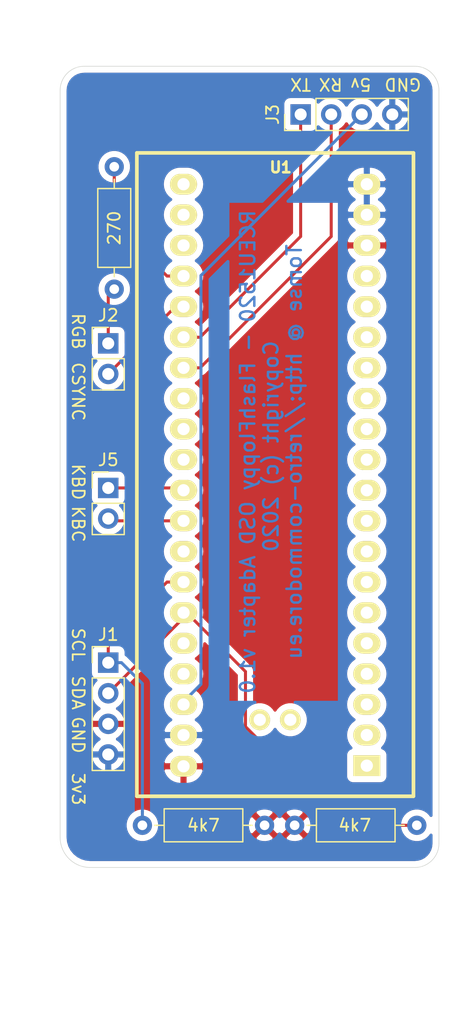
<source format=kicad_pcb>
(kicad_pcb (version 20171130) (host pcbnew "(5.1.5)-3")

  (general
    (thickness 1.6)
    (drawings 21)
    (tracks 43)
    (zones 0)
    (modules 8)
    (nets 41)
  )

  (page A4)
  (title_block
    (title "RCEU1520 - FlashFloppy OSD Adapter")
    (date 2020-04-06)
    (rev 1)
    (comment 3 "by Tomse in 2020")
    (comment 4 http://retro-commodore.eu)
  )

  (layers
    (0 F.Cu signal)
    (31 B.Cu signal)
    (32 B.Adhes user)
    (33 F.Adhes user)
    (34 B.Paste user)
    (35 F.Paste user)
    (36 B.SilkS user)
    (37 F.SilkS user)
    (38 B.Mask user)
    (39 F.Mask user)
    (40 Dwgs.User user)
    (41 Cmts.User user)
    (42 Eco1.User user)
    (43 Eco2.User user)
    (44 Edge.Cuts user)
    (45 Margin user)
    (46 B.CrtYd user)
    (47 F.CrtYd user)
    (48 B.Fab user)
    (49 F.Fab user)
  )

  (setup
    (last_trace_width 0.25)
    (trace_clearance 0.2)
    (zone_clearance 0.508)
    (zone_45_only no)
    (trace_min 0.2)
    (via_size 0.8)
    (via_drill 0.4)
    (via_min_size 0.4)
    (via_min_drill 0.3)
    (uvia_size 0.3)
    (uvia_drill 0.1)
    (uvias_allowed no)
    (uvia_min_size 0.2)
    (uvia_min_drill 0.1)
    (edge_width 0.05)
    (segment_width 0.2)
    (pcb_text_width 0.3)
    (pcb_text_size 1.5 1.5)
    (mod_edge_width 0.12)
    (mod_text_size 1 1)
    (mod_text_width 0.15)
    (pad_size 1.524 1.524)
    (pad_drill 0.762)
    (pad_to_mask_clearance 0.051)
    (solder_mask_min_width 0.25)
    (aux_axis_origin 0 0)
    (visible_elements 7FFFFFFF)
    (pcbplotparams
      (layerselection 0x010fc_ffffffff)
      (usegerberextensions false)
      (usegerberattributes false)
      (usegerberadvancedattributes false)
      (creategerberjobfile false)
      (excludeedgelayer true)
      (linewidth 0.100000)
      (plotframeref false)
      (viasonmask false)
      (mode 1)
      (useauxorigin false)
      (hpglpennumber 1)
      (hpglpenspeed 20)
      (hpglpendiameter 15.000000)
      (psnegative false)
      (psa4output false)
      (plotreference true)
      (plotvalue true)
      (plotinvisibletext false)
      (padsonsilk false)
      (subtractmaskfromsilk false)
      (outputformat 1)
      (mirror false)
      (drillshape 0)
      (scaleselection 1)
      (outputdirectory "RCEU1520-FlashFloppy-OSD-Adapter/"))
  )

  (net 0 "")
  (net 1 GND)
  (net 2 +3V3)
  (net 3 "Net-(R1-Pad2)")
  (net 4 "Net-(U1-Pad42)")
  (net 5 "Net-(U1-Pad41)")
  (net 6 "Net-(U1-Pad37)")
  (net 7 "Net-(U1-Pad36)")
  (net 8 "Net-(U1-Pad33)")
  (net 9 "Net-(U1-Pad30)")
  (net 10 "Net-(U1-Pad29)")
  (net 11 "Net-(U1-Pad28)")
  (net 12 "Net-(U1-Pad23)")
  (net 13 "Net-(U1-Pad22)")
  (net 14 "Net-(U1-Pad21)")
  (net 15 "Net-(U1-Pad17)")
  (net 16 "Net-(U1-Pad16)")
  (net 17 "Net-(U1-Pad15)")
  (net 18 "Net-(U1-Pad14)")
  (net 19 "Net-(U1-Pad13)")
  (net 20 "Net-(U1-Pad12)")
  (net 21 "Net-(U1-Pad11)")
  (net 22 "Net-(U1-Pad10)")
  (net 23 "Net-(U1-Pad9)")
  (net 24 "Net-(U1-Pad8)")
  (net 25 "Net-(U1-Pad7)")
  (net 26 "Net-(U1-Pad6)")
  (net 27 "Net-(U1-Pad5)")
  (net 28 "Net-(U1-Pad4)")
  (net 29 "Net-(U1-Pad3)")
  (net 30 "Net-(U1-Pad2)")
  (net 31 "Net-(U1-Pad1)")
  (net 32 /5v)
  (net 33 /CSYNC)
  (net 34 /RGB)
  (net 35 /RX)
  (net 36 /TX)
  (net 37 /SDA)
  (net 38 /SCL)
  (net 39 /KB_CLOCK)
  (net 40 /KB_DATA)

  (net_class Default "This is the default net class."
    (clearance 0.2)
    (trace_width 0.25)
    (via_dia 0.8)
    (via_drill 0.4)
    (uvia_dia 0.3)
    (uvia_drill 0.1)
    (add_net +3V3)
    (add_net /5v)
    (add_net /CSYNC)
    (add_net /KB_CLOCK)
    (add_net /KB_DATA)
    (add_net /RGB)
    (add_net /RX)
    (add_net /SCL)
    (add_net /SDA)
    (add_net /TX)
    (add_net GND)
    (add_net "Net-(R1-Pad2)")
    (add_net "Net-(U1-Pad1)")
    (add_net "Net-(U1-Pad10)")
    (add_net "Net-(U1-Pad11)")
    (add_net "Net-(U1-Pad12)")
    (add_net "Net-(U1-Pad13)")
    (add_net "Net-(U1-Pad14)")
    (add_net "Net-(U1-Pad15)")
    (add_net "Net-(U1-Pad16)")
    (add_net "Net-(U1-Pad17)")
    (add_net "Net-(U1-Pad2)")
    (add_net "Net-(U1-Pad21)")
    (add_net "Net-(U1-Pad22)")
    (add_net "Net-(U1-Pad23)")
    (add_net "Net-(U1-Pad28)")
    (add_net "Net-(U1-Pad29)")
    (add_net "Net-(U1-Pad3)")
    (add_net "Net-(U1-Pad30)")
    (add_net "Net-(U1-Pad33)")
    (add_net "Net-(U1-Pad36)")
    (add_net "Net-(U1-Pad37)")
    (add_net "Net-(U1-Pad4)")
    (add_net "Net-(U1-Pad41)")
    (add_net "Net-(U1-Pad42)")
    (add_net "Net-(U1-Pad5)")
    (add_net "Net-(U1-Pad6)")
    (add_net "Net-(U1-Pad7)")
    (add_net "Net-(U1-Pad8)")
    (add_net "Net-(U1-Pad9)")
  )

  (module Connector_PinHeader_2.54mm:PinHeader_1x04_P2.54mm_Vertical (layer F.Cu) (tedit 59FED5CC) (tstamp 5E7115E7)
    (at 89 108)
    (descr "Through hole straight pin header, 1x04, 2.54mm pitch, single row")
    (tags "Through hole pin header THT 1x04 2.54mm single row")
    (path /5E757DF4)
    (fp_text reference J1 (at 0 -2.33) (layer F.SilkS)
      (effects (font (size 1 1) (thickness 0.15)))
    )
    (fp_text value GOTEK (at 3 4 90) (layer F.Fab)
      (effects (font (size 1 1) (thickness 0.15)))
    )
    (fp_text user %R (at 0 3.81 90) (layer F.Fab)
      (effects (font (size 1 1) (thickness 0.15)))
    )
    (fp_line (start 1.8 -1.8) (end -1.8 -1.8) (layer F.CrtYd) (width 0.05))
    (fp_line (start 1.8 9.4) (end 1.8 -1.8) (layer F.CrtYd) (width 0.05))
    (fp_line (start -1.8 9.4) (end 1.8 9.4) (layer F.CrtYd) (width 0.05))
    (fp_line (start -1.8 -1.8) (end -1.8 9.4) (layer F.CrtYd) (width 0.05))
    (fp_line (start -1.33 -1.33) (end 0 -1.33) (layer F.SilkS) (width 0.12))
    (fp_line (start -1.33 0) (end -1.33 -1.33) (layer F.SilkS) (width 0.12))
    (fp_line (start -1.33 1.27) (end 1.33 1.27) (layer F.SilkS) (width 0.12))
    (fp_line (start 1.33 1.27) (end 1.33 8.95) (layer F.SilkS) (width 0.12))
    (fp_line (start -1.33 1.27) (end -1.33 8.95) (layer F.SilkS) (width 0.12))
    (fp_line (start -1.33 8.95) (end 1.33 8.95) (layer F.SilkS) (width 0.12))
    (fp_line (start -1.27 -0.635) (end -0.635 -1.27) (layer F.Fab) (width 0.1))
    (fp_line (start -1.27 8.89) (end -1.27 -0.635) (layer F.Fab) (width 0.1))
    (fp_line (start 1.27 8.89) (end -1.27 8.89) (layer F.Fab) (width 0.1))
    (fp_line (start 1.27 -1.27) (end 1.27 8.89) (layer F.Fab) (width 0.1))
    (fp_line (start -0.635 -1.27) (end 1.27 -1.27) (layer F.Fab) (width 0.1))
    (pad 4 thru_hole oval (at 0 7.62) (size 1.7 1.7) (drill 1) (layers *.Cu *.Mask)
      (net 1 GND))
    (pad 3 thru_hole oval (at 0 5.08) (size 1.7 1.7) (drill 1) (layers *.Cu *.Mask)
      (net 2 +3V3))
    (pad 2 thru_hole oval (at 0 2.54) (size 1.7 1.7) (drill 1) (layers *.Cu *.Mask)
      (net 37 /SDA))
    (pad 1 thru_hole rect (at 0 0) (size 1.7 1.7) (drill 1) (layers *.Cu *.Mask)
      (net 38 /SCL))
    (model ${KISYS3DMOD}/Connector_PinHeader_2.54mm.3dshapes/PinHeader_1x04_P2.54mm_Vertical.wrl
      (at (xyz 0 0 0))
      (scale (xyz 1 1 1))
      (rotate (xyz 0 0 0))
    )
  )

  (module Connector_PinHeader_2.54mm:PinHeader_1x02_P2.54mm_Vertical (layer F.Cu) (tedit 59FED5CC) (tstamp 5E711AC0)
    (at 89 81.5)
    (descr "Through hole straight pin header, 1x02, 2.54mm pitch, single row")
    (tags "Through hole pin header THT 1x02 2.54mm single row")
    (path /5E701E2B)
    (fp_text reference J2 (at 0 -2.33) (layer F.SilkS)
      (effects (font (size 1 1) (thickness 0.15)))
    )
    (fp_text value Amiga_Video (at 2.5 1 270) (layer F.Fab)
      (effects (font (size 1 1) (thickness 0.15)))
    )
    (fp_text user %R (at 0 1.27 90) (layer F.Fab)
      (effects (font (size 1 1) (thickness 0.15)))
    )
    (fp_line (start 1.8 -1.8) (end -1.8 -1.8) (layer F.CrtYd) (width 0.05))
    (fp_line (start 1.8 4.35) (end 1.8 -1.8) (layer F.CrtYd) (width 0.05))
    (fp_line (start -1.8 4.35) (end 1.8 4.35) (layer F.CrtYd) (width 0.05))
    (fp_line (start -1.8 -1.8) (end -1.8 4.35) (layer F.CrtYd) (width 0.05))
    (fp_line (start -1.33 -1.33) (end 0 -1.33) (layer F.SilkS) (width 0.12))
    (fp_line (start -1.33 0) (end -1.33 -1.33) (layer F.SilkS) (width 0.12))
    (fp_line (start -1.33 1.27) (end 1.33 1.27) (layer F.SilkS) (width 0.12))
    (fp_line (start 1.33 1.27) (end 1.33 3.87) (layer F.SilkS) (width 0.12))
    (fp_line (start -1.33 1.27) (end -1.33 3.87) (layer F.SilkS) (width 0.12))
    (fp_line (start -1.33 3.87) (end 1.33 3.87) (layer F.SilkS) (width 0.12))
    (fp_line (start -1.27 -0.635) (end -0.635 -1.27) (layer F.Fab) (width 0.1))
    (fp_line (start -1.27 3.81) (end -1.27 -0.635) (layer F.Fab) (width 0.1))
    (fp_line (start 1.27 3.81) (end -1.27 3.81) (layer F.Fab) (width 0.1))
    (fp_line (start 1.27 -1.27) (end 1.27 3.81) (layer F.Fab) (width 0.1))
    (fp_line (start -0.635 -1.27) (end 1.27 -1.27) (layer F.Fab) (width 0.1))
    (pad 2 thru_hole oval (at 0 2.54) (size 1.7 1.7) (drill 1) (layers *.Cu *.Mask)
      (net 33 /CSYNC))
    (pad 1 thru_hole rect (at 0 0) (size 1.7 1.7) (drill 1) (layers *.Cu *.Mask)
      (net 34 /RGB))
    (model ${KISYS3DMOD}/Connector_PinHeader_2.54mm.3dshapes/PinHeader_1x02_P2.54mm_Vertical.wrl
      (at (xyz 0 0 0))
      (scale (xyz 1 1 1))
      (rotate (xyz 0 0 0))
    )
  )

  (module Bluepill:BluePill_STM32F103C (layer F.Cu) (tedit 59B4EF3F) (tstamp 5E70F797)
    (at 110.5 116.5 180)
    (descr "STM32F103C8 BluePill board")
    (path /5E6FEBB9)
    (fp_text reference U1 (at 7.1628 49.6062 180) (layer F.SilkS)
      (effects (font (size 0.889 0.889) (thickness 0.3048)))
    )
    (fp_text value BluePill_STM32F103C (at 7.9756 23.7998) (layer F.SilkS) hide
      (effects (font (size 0.889 0.889) (thickness 0.22225)))
    )
    (fp_line (start -3.88 -2.59) (end 19.12 -2.59) (layer F.SilkS) (width 0.3048))
    (fp_line (start -3.88 50.81) (end -3.88 -2.59) (layer F.SilkS) (width 0.3048))
    (fp_line (start 19.12 50.81) (end -3.88 50.81) (layer F.SilkS) (width 0.3048))
    (fp_line (start 19.12 -2.59) (end 19.12 50.81) (layer F.SilkS) (width 0.3048))
    (pad 42 thru_hole oval (at 6.36 3.7592 270) (size 1.7272 1.7272) (drill 1.016) (layers *.Cu *.Mask F.SilkS)
      (net 4 "Net-(U1-Pad42)"))
    (pad 41 thru_hole oval (at 8.9 3.7592 270) (size 1.7272 1.7272) (drill 1.016) (layers *.Cu *.Mask F.SilkS)
      (net 5 "Net-(U1-Pad41)"))
    (pad 40 thru_hole oval (at 15.24 -0.1016 270) (size 1.7272 2.25) (drill 1.016) (layers *.Cu *.Mask F.SilkS)
      (net 2 +3V3))
    (pad 39 thru_hole oval (at 15.24 2.4892 270) (size 1.7272 2.25) (drill 1.016) (layers *.Cu *.Mask F.SilkS)
      (net 1 GND))
    (pad 38 thru_hole oval (at 15.24 5.0292 270) (size 1.7272 2.25) (drill 1.016) (layers *.Cu *.Mask F.SilkS)
      (net 32 /5v))
    (pad 37 thru_hole oval (at 15.24 7.5692 270) (size 1.7272 2.25) (drill 1.016) (layers *.Cu *.Mask F.SilkS)
      (net 6 "Net-(U1-Pad37)"))
    (pad 36 thru_hole oval (at 15.24 10.1092 270) (size 1.7272 2.25) (drill 1.016) (layers *.Cu *.Mask F.SilkS)
      (net 7 "Net-(U1-Pad36)"))
    (pad 35 thru_hole oval (at 15.24 12.6492 270) (size 1.7272 2.25) (drill 1.016) (layers *.Cu *.Mask F.SilkS)
      (net 37 /SDA))
    (pad 34 thru_hole oval (at 15.24 15.1892 270) (size 1.7272 2.25) (drill 1.016) (layers *.Cu *.Mask F.SilkS)
      (net 38 /SCL))
    (pad 33 thru_hole oval (at 15.24 17.7292 270) (size 1.7272 2.25) (drill 1.016) (layers *.Cu *.Mask F.SilkS)
      (net 8 "Net-(U1-Pad33)"))
    (pad 32 thru_hole oval (at 15.24 20.2692 270) (size 1.7272 2.25) (drill 1.016) (layers *.Cu *.Mask F.SilkS)
      (net 39 /KB_CLOCK))
    (pad 31 thru_hole oval (at 15.24 22.8092 270) (size 1.7272 2.25) (drill 1.016) (layers *.Cu *.Mask F.SilkS)
      (net 40 /KB_DATA))
    (pad 30 thru_hole oval (at 15.24 25.3492 270) (size 1.7272 2.25) (drill 1.016) (layers *.Cu *.Mask F.SilkS)
      (net 9 "Net-(U1-Pad30)"))
    (pad 29 thru_hole oval (at 15.24 27.8892 270) (size 1.7272 2.25) (drill 1.016) (layers *.Cu *.Mask F.SilkS)
      (net 10 "Net-(U1-Pad29)"))
    (pad 28 thru_hole oval (at 15.24 30.4292 270) (size 1.7272 2.25) (drill 1.016) (layers *.Cu *.Mask F.SilkS)
      (net 11 "Net-(U1-Pad28)"))
    (pad 27 thru_hole oval (at 15.24 32.9692 270) (size 1.7272 2.25) (drill 1.016) (layers *.Cu *.Mask F.SilkS)
      (net 35 /RX))
    (pad 26 thru_hole oval (at 15.24 35.5092 270) (size 1.7272 2.25) (drill 1.016) (layers *.Cu *.Mask F.SilkS)
      (net 36 /TX))
    (pad 25 thru_hole oval (at 15.24 38.0492 270) (size 1.7272 2.25) (drill 1.016) (layers *.Cu *.Mask F.SilkS)
      (net 33 /CSYNC))
    (pad 24 thru_hole oval (at 15.24 40.5892 270) (size 1.7272 2.25) (drill 1.016) (layers *.Cu *.Mask F.SilkS)
      (net 3 "Net-(R1-Pad2)"))
    (pad 23 thru_hole oval (at 15.24 43.1292 270) (size 1.7272 2.25) (drill 1.016) (layers *.Cu *.Mask F.SilkS)
      (net 12 "Net-(U1-Pad23)"))
    (pad 22 thru_hole oval (at 15.24 45.6692 270) (size 1.7272 2.25) (drill 1.016) (layers *.Cu *.Mask F.SilkS)
      (net 13 "Net-(U1-Pad22)"))
    (pad 21 thru_hole oval (at 15.24 48.2092 270) (size 1.7272 2.25) (drill 1.016) (layers *.Cu *.Mask F.SilkS)
      (net 14 "Net-(U1-Pad21)"))
    (pad 20 thru_hole oval (at 0 48.2092 90) (size 1.7272 2.25) (drill 1.016) (layers *.Cu *.Mask F.SilkS)
      (net 1 GND))
    (pad 19 thru_hole oval (at 0 45.6692 90) (size 1.7272 2.25) (drill 1.016) (layers *.Cu *.Mask F.SilkS)
      (net 1 GND))
    (pad 18 thru_hole oval (at 0 43.1292 90) (size 1.7272 2.25) (drill 1.016) (layers *.Cu *.Mask F.SilkS)
      (net 2 +3V3))
    (pad 17 thru_hole oval (at 0 40.5892 90) (size 1.7272 2.25) (drill 1.016) (layers *.Cu *.Mask F.SilkS)
      (net 15 "Net-(U1-Pad17)"))
    (pad 16 thru_hole oval (at 0 38.0492 90) (size 1.7272 2.25) (drill 1.016) (layers *.Cu *.Mask F.SilkS)
      (net 16 "Net-(U1-Pad16)"))
    (pad 15 thru_hole oval (at 0 35.5092 90) (size 1.7272 2.25) (drill 1.016) (layers *.Cu *.Mask F.SilkS)
      (net 17 "Net-(U1-Pad15)"))
    (pad 14 thru_hole oval (at 0 32.9692 90) (size 1.7272 2.25) (drill 1.016) (layers *.Cu *.Mask F.SilkS)
      (net 18 "Net-(U1-Pad14)"))
    (pad 13 thru_hole oval (at 0 30.4292 90) (size 1.7272 2.25) (drill 1.016) (layers *.Cu *.Mask F.SilkS)
      (net 19 "Net-(U1-Pad13)"))
    (pad 12 thru_hole oval (at 0 27.8892 90) (size 1.7272 2.25) (drill 1.016) (layers *.Cu *.Mask F.SilkS)
      (net 20 "Net-(U1-Pad12)"))
    (pad 11 thru_hole oval (at 0 25.3492 90) (size 1.7272 2.25) (drill 1.016) (layers *.Cu *.Mask F.SilkS)
      (net 21 "Net-(U1-Pad11)"))
    (pad 10 thru_hole oval (at 0 22.8092 90) (size 1.7272 2.25) (drill 1.016) (layers *.Cu *.Mask F.SilkS)
      (net 22 "Net-(U1-Pad10)"))
    (pad 9 thru_hole oval (at 0 20.2692 90) (size 1.7272 2.25) (drill 1.016) (layers *.Cu *.Mask F.SilkS)
      (net 23 "Net-(U1-Pad9)"))
    (pad 8 thru_hole oval (at 0 17.7292 90) (size 1.7272 2.25) (drill 1.016) (layers *.Cu *.Mask F.SilkS)
      (net 24 "Net-(U1-Pad8)"))
    (pad 7 thru_hole oval (at 0 15.1892 90) (size 1.7272 2.25) (drill 1.016) (layers *.Cu *.Mask F.SilkS)
      (net 25 "Net-(U1-Pad7)"))
    (pad 6 thru_hole oval (at 0 12.6492 90) (size 1.7272 2.25) (drill 1.016) (layers *.Cu *.Mask F.SilkS)
      (net 26 "Net-(U1-Pad6)"))
    (pad 5 thru_hole oval (at 0 10.1092 90) (size 1.7272 2.25) (drill 1.016) (layers *.Cu *.Mask F.SilkS)
      (net 27 "Net-(U1-Pad5)"))
    (pad 4 thru_hole oval (at 0 7.5692 90) (size 1.7272 2.25) (drill 1.016) (layers *.Cu *.Mask F.SilkS)
      (net 28 "Net-(U1-Pad4)"))
    (pad 3 thru_hole oval (at 0 5.0292 90) (size 1.7272 2.25) (drill 1.016) (layers *.Cu *.Mask F.SilkS)
      (net 29 "Net-(U1-Pad3)"))
    (pad 2 thru_hole oval (at 0 2.4892 90) (size 1.7272 2.25) (drill 1.016) (layers *.Cu *.Mask F.SilkS)
      (net 30 "Net-(U1-Pad2)"))
    (pad 1 thru_hole rect (at 0 -0.0508 90) (size 1.7272 2.25) (drill 1.016) (layers *.Cu *.Mask F.SilkS)
      (net 31 "Net-(U1-Pad1)"))
  )

  (module Resistor_THT:R_Axial_DIN0207_L6.3mm_D2.5mm_P10.16mm_Horizontal (layer F.Cu) (tedit 5AE5139B) (tstamp 5E70FBF3)
    (at 102 121.5 180)
    (descr "Resistor, Axial_DIN0207 series, Axial, Horizontal, pin pitch=10.16mm, 0.25W = 1/4W, length*diameter=6.3*2.5mm^2, http://cdn-reichelt.de/documents/datenblatt/B400/1_4W%23YAG.pdf")
    (tags "Resistor Axial_DIN0207 series Axial Horizontal pin pitch 10.16mm 0.25W = 1/4W length 6.3mm diameter 2.5mm")
    (path /5E71058E)
    (fp_text reference R3 (at 5.08 2.5) (layer F.SilkS) hide
      (effects (font (size 1 1) (thickness 0.15)))
    )
    (fp_text value 4k7 (at 5.08 0) (layer F.SilkS)
      (effects (font (size 1 1) (thickness 0.15)))
    )
    (fp_text user %R (at 5.08 0) (layer F.Fab)
      (effects (font (size 1 1) (thickness 0.15)))
    )
    (fp_line (start 11.21 -1.5) (end -1.05 -1.5) (layer F.CrtYd) (width 0.05))
    (fp_line (start 11.21 1.5) (end 11.21 -1.5) (layer F.CrtYd) (width 0.05))
    (fp_line (start -1.05 1.5) (end 11.21 1.5) (layer F.CrtYd) (width 0.05))
    (fp_line (start -1.05 -1.5) (end -1.05 1.5) (layer F.CrtYd) (width 0.05))
    (fp_line (start 9.12 0) (end 8.35 0) (layer F.SilkS) (width 0.12))
    (fp_line (start 1.04 0) (end 1.81 0) (layer F.SilkS) (width 0.12))
    (fp_line (start 8.35 -1.37) (end 1.81 -1.37) (layer F.SilkS) (width 0.12))
    (fp_line (start 8.35 1.37) (end 8.35 -1.37) (layer F.SilkS) (width 0.12))
    (fp_line (start 1.81 1.37) (end 8.35 1.37) (layer F.SilkS) (width 0.12))
    (fp_line (start 1.81 -1.37) (end 1.81 1.37) (layer F.SilkS) (width 0.12))
    (fp_line (start 10.16 0) (end 8.23 0) (layer F.Fab) (width 0.1))
    (fp_line (start 0 0) (end 1.93 0) (layer F.Fab) (width 0.1))
    (fp_line (start 8.23 -1.25) (end 1.93 -1.25) (layer F.Fab) (width 0.1))
    (fp_line (start 8.23 1.25) (end 8.23 -1.25) (layer F.Fab) (width 0.1))
    (fp_line (start 1.93 1.25) (end 8.23 1.25) (layer F.Fab) (width 0.1))
    (fp_line (start 1.93 -1.25) (end 1.93 1.25) (layer F.Fab) (width 0.1))
    (pad 2 thru_hole oval (at 10.16 0 180) (size 1.6 1.6) (drill 0.8) (layers *.Cu *.Mask)
      (net 38 /SCL))
    (pad 1 thru_hole circle (at 0 0 180) (size 1.6 1.6) (drill 0.8) (layers *.Cu *.Mask)
      (net 2 +3V3))
    (model ${KISYS3DMOD}/Resistor_THT.3dshapes/R_Axial_DIN0207_L6.3mm_D2.5mm_P10.16mm_Horizontal.wrl
      (at (xyz 0 0 0))
      (scale (xyz 1 1 1))
      (rotate (xyz 0 0 0))
    )
  )

  (module Resistor_THT:R_Axial_DIN0207_L6.3mm_D2.5mm_P10.16mm_Horizontal (layer F.Cu) (tedit 5AE5139B) (tstamp 5E70FBB1)
    (at 104.5 121.5)
    (descr "Resistor, Axial_DIN0207 series, Axial, Horizontal, pin pitch=10.16mm, 0.25W = 1/4W, length*diameter=6.3*2.5mm^2, http://cdn-reichelt.de/documents/datenblatt/B400/1_4W%23YAG.pdf")
    (tags "Resistor Axial_DIN0207 series Axial Horizontal pin pitch 10.16mm 0.25W = 1/4W length 6.3mm diameter 2.5mm")
    (path /5E70F1AB)
    (fp_text reference R2 (at 5.08 -2.37) (layer F.SilkS) hide
      (effects (font (size 1 1) (thickness 0.15)))
    )
    (fp_text value 4k7 (at 5 0) (layer F.SilkS)
      (effects (font (size 1 1) (thickness 0.15)))
    )
    (fp_text user %R (at 5.08 0) (layer F.Fab)
      (effects (font (size 1 1) (thickness 0.15)))
    )
    (fp_line (start 11.21 -1.5) (end -1.05 -1.5) (layer F.CrtYd) (width 0.05))
    (fp_line (start 11.21 1.5) (end 11.21 -1.5) (layer F.CrtYd) (width 0.05))
    (fp_line (start -1.05 1.5) (end 11.21 1.5) (layer F.CrtYd) (width 0.05))
    (fp_line (start -1.05 -1.5) (end -1.05 1.5) (layer F.CrtYd) (width 0.05))
    (fp_line (start 9.12 0) (end 8.35 0) (layer F.SilkS) (width 0.12))
    (fp_line (start 1.04 0) (end 1.81 0) (layer F.SilkS) (width 0.12))
    (fp_line (start 8.35 -1.37) (end 1.81 -1.37) (layer F.SilkS) (width 0.12))
    (fp_line (start 8.35 1.37) (end 8.35 -1.37) (layer F.SilkS) (width 0.12))
    (fp_line (start 1.81 1.37) (end 8.35 1.37) (layer F.SilkS) (width 0.12))
    (fp_line (start 1.81 -1.37) (end 1.81 1.37) (layer F.SilkS) (width 0.12))
    (fp_line (start 10.16 0) (end 8.23 0) (layer F.Fab) (width 0.1))
    (fp_line (start 0 0) (end 1.93 0) (layer F.Fab) (width 0.1))
    (fp_line (start 8.23 -1.25) (end 1.93 -1.25) (layer F.Fab) (width 0.1))
    (fp_line (start 8.23 1.25) (end 8.23 -1.25) (layer F.Fab) (width 0.1))
    (fp_line (start 1.93 1.25) (end 8.23 1.25) (layer F.Fab) (width 0.1))
    (fp_line (start 1.93 -1.25) (end 1.93 1.25) (layer F.Fab) (width 0.1))
    (pad 2 thru_hole oval (at 10.16 0) (size 1.6 1.6) (drill 0.8) (layers *.Cu *.Mask)
      (net 37 /SDA))
    (pad 1 thru_hole circle (at 0 0) (size 1.6 1.6) (drill 0.8) (layers *.Cu *.Mask)
      (net 2 +3V3))
    (model ${KISYS3DMOD}/Resistor_THT.3dshapes/R_Axial_DIN0207_L6.3mm_D2.5mm_P10.16mm_Horizontal.wrl
      (at (xyz 0 0 0))
      (scale (xyz 1 1 1))
      (rotate (xyz 0 0 0))
    )
  )

  (module Resistor_THT:R_Axial_DIN0207_L6.3mm_D2.5mm_P10.16mm_Horizontal (layer F.Cu) (tedit 5AE5139B) (tstamp 5E70FDC5)
    (at 89.5 77 90)
    (descr "Resistor, Axial_DIN0207 series, Axial, Horizontal, pin pitch=10.16mm, 0.25W = 1/4W, length*diameter=6.3*2.5mm^2, http://cdn-reichelt.de/documents/datenblatt/B400/1_4W%23YAG.pdf")
    (tags "Resistor Axial_DIN0207 series Axial Horizontal pin pitch 10.16mm 0.25W = 1/4W length 6.3mm diameter 2.5mm")
    (path /5E716E5C)
    (fp_text reference R1 (at 5.08 -2.37 90) (layer F.SilkS) hide
      (effects (font (size 1 1) (thickness 0.15)))
    )
    (fp_text value 270 (at 5.08 0 90) (layer F.SilkS)
      (effects (font (size 1 1) (thickness 0.15)))
    )
    (fp_text user %R (at 5.08 0 90) (layer F.Fab)
      (effects (font (size 1 1) (thickness 0.15)))
    )
    (fp_line (start 11.21 -1.5) (end -1.05 -1.5) (layer F.CrtYd) (width 0.05))
    (fp_line (start 11.21 1.5) (end 11.21 -1.5) (layer F.CrtYd) (width 0.05))
    (fp_line (start -1.05 1.5) (end 11.21 1.5) (layer F.CrtYd) (width 0.05))
    (fp_line (start -1.05 -1.5) (end -1.05 1.5) (layer F.CrtYd) (width 0.05))
    (fp_line (start 9.12 0) (end 8.35 0) (layer F.SilkS) (width 0.12))
    (fp_line (start 1.04 0) (end 1.81 0) (layer F.SilkS) (width 0.12))
    (fp_line (start 8.35 -1.37) (end 1.81 -1.37) (layer F.SilkS) (width 0.12))
    (fp_line (start 8.35 1.37) (end 8.35 -1.37) (layer F.SilkS) (width 0.12))
    (fp_line (start 1.81 1.37) (end 8.35 1.37) (layer F.SilkS) (width 0.12))
    (fp_line (start 1.81 -1.37) (end 1.81 1.37) (layer F.SilkS) (width 0.12))
    (fp_line (start 10.16 0) (end 8.23 0) (layer F.Fab) (width 0.1))
    (fp_line (start 0 0) (end 1.93 0) (layer F.Fab) (width 0.1))
    (fp_line (start 8.23 -1.25) (end 1.93 -1.25) (layer F.Fab) (width 0.1))
    (fp_line (start 8.23 1.25) (end 8.23 -1.25) (layer F.Fab) (width 0.1))
    (fp_line (start 1.93 1.25) (end 8.23 1.25) (layer F.Fab) (width 0.1))
    (fp_line (start 1.93 -1.25) (end 1.93 1.25) (layer F.Fab) (width 0.1))
    (pad 2 thru_hole oval (at 10.16 0 90) (size 1.6 1.6) (drill 0.8) (layers *.Cu *.Mask)
      (net 3 "Net-(R1-Pad2)"))
    (pad 1 thru_hole circle (at 0 0 90) (size 1.6 1.6) (drill 0.8) (layers *.Cu *.Mask)
      (net 34 /RGB))
    (model ${KISYS3DMOD}/Resistor_THT.3dshapes/R_Axial_DIN0207_L6.3mm_D2.5mm_P10.16mm_Horizontal.wrl
      (at (xyz 0 0 0))
      (scale (xyz 1 1 1))
      (rotate (xyz 0 0 0))
    )
  )

  (module Connector_PinHeader_2.54mm:PinHeader_1x02_P2.54mm_Vertical (layer F.Cu) (tedit 59FED5CC) (tstamp 5E70E994)
    (at 89 93.5)
    (descr "Through hole straight pin header, 1x02, 2.54mm pitch, single row")
    (tags "Through hole pin header THT 1x02 2.54mm single row")
    (path /5E701252)
    (fp_text reference J5 (at 0 -2.33) (layer F.SilkS)
      (effects (font (size 1 1) (thickness 0.15)))
    )
    (fp_text value Amiga_Keyboard (at 3 1 90) (layer F.Fab)
      (effects (font (size 1 1) (thickness 0.15)))
    )
    (fp_text user %R (at 0 1.27 90) (layer F.Fab)
      (effects (font (size 1 1) (thickness 0.15)))
    )
    (fp_line (start 1.8 -1.8) (end -1.8 -1.8) (layer F.CrtYd) (width 0.05))
    (fp_line (start 1.8 4.35) (end 1.8 -1.8) (layer F.CrtYd) (width 0.05))
    (fp_line (start -1.8 4.35) (end 1.8 4.35) (layer F.CrtYd) (width 0.05))
    (fp_line (start -1.8 -1.8) (end -1.8 4.35) (layer F.CrtYd) (width 0.05))
    (fp_line (start -1.33 -1.33) (end 0 -1.33) (layer F.SilkS) (width 0.12))
    (fp_line (start -1.33 0) (end -1.33 -1.33) (layer F.SilkS) (width 0.12))
    (fp_line (start -1.33 1.27) (end 1.33 1.27) (layer F.SilkS) (width 0.12))
    (fp_line (start 1.33 1.27) (end 1.33 3.87) (layer F.SilkS) (width 0.12))
    (fp_line (start -1.33 1.27) (end -1.33 3.87) (layer F.SilkS) (width 0.12))
    (fp_line (start -1.33 3.87) (end 1.33 3.87) (layer F.SilkS) (width 0.12))
    (fp_line (start -1.27 -0.635) (end -0.635 -1.27) (layer F.Fab) (width 0.1))
    (fp_line (start -1.27 3.81) (end -1.27 -0.635) (layer F.Fab) (width 0.1))
    (fp_line (start 1.27 3.81) (end -1.27 3.81) (layer F.Fab) (width 0.1))
    (fp_line (start 1.27 -1.27) (end 1.27 3.81) (layer F.Fab) (width 0.1))
    (fp_line (start -0.635 -1.27) (end 1.27 -1.27) (layer F.Fab) (width 0.1))
    (pad 2 thru_hole oval (at 0 2.54) (size 1.7 1.7) (drill 1) (layers *.Cu *.Mask)
      (net 39 /KB_CLOCK))
    (pad 1 thru_hole rect (at 0 0) (size 1.7 1.7) (drill 1) (layers *.Cu *.Mask)
      (net 40 /KB_DATA))
    (model ${KISYS3DMOD}/Connector_PinHeader_2.54mm.3dshapes/PinHeader_1x02_P2.54mm_Vertical.wrl
      (at (xyz 0 0 0))
      (scale (xyz 1 1 1))
      (rotate (xyz 0 0 0))
    )
  )

  (module Connector_PinHeader_2.54mm:PinHeader_1x04_P2.54mm_Vertical (layer F.Cu) (tedit 59FED5CC) (tstamp 5E70FCA3)
    (at 105 62.5 90)
    (descr "Through hole straight pin header, 1x04, 2.54mm pitch, single row")
    (tags "Through hole pin header THT 1x04 2.54mm single row")
    (path /5E704EA9)
    (fp_text reference J3 (at 0 -2.33 90) (layer F.SilkS)
      (effects (font (size 1 1) (thickness 0.15)))
    )
    (fp_text value Programming (at -2 4 180) (layer F.Fab)
      (effects (font (size 1 1) (thickness 0.15)))
    )
    (fp_text user %R (at 0 3.81) (layer F.Fab)
      (effects (font (size 1 1) (thickness 0.15)))
    )
    (fp_line (start 1.8 -1.8) (end -1.8 -1.8) (layer F.CrtYd) (width 0.05))
    (fp_line (start 1.8 9.4) (end 1.8 -1.8) (layer F.CrtYd) (width 0.05))
    (fp_line (start -1.8 9.4) (end 1.8 9.4) (layer F.CrtYd) (width 0.05))
    (fp_line (start -1.8 -1.8) (end -1.8 9.4) (layer F.CrtYd) (width 0.05))
    (fp_line (start -1.33 -1.33) (end 0 -1.33) (layer F.SilkS) (width 0.12))
    (fp_line (start -1.33 0) (end -1.33 -1.33) (layer F.SilkS) (width 0.12))
    (fp_line (start -1.33 1.27) (end 1.33 1.27) (layer F.SilkS) (width 0.12))
    (fp_line (start 1.33 1.27) (end 1.33 8.95) (layer F.SilkS) (width 0.12))
    (fp_line (start -1.33 1.27) (end -1.33 8.95) (layer F.SilkS) (width 0.12))
    (fp_line (start -1.33 8.95) (end 1.33 8.95) (layer F.SilkS) (width 0.12))
    (fp_line (start -1.27 -0.635) (end -0.635 -1.27) (layer F.Fab) (width 0.1))
    (fp_line (start -1.27 8.89) (end -1.27 -0.635) (layer F.Fab) (width 0.1))
    (fp_line (start 1.27 8.89) (end -1.27 8.89) (layer F.Fab) (width 0.1))
    (fp_line (start 1.27 -1.27) (end 1.27 8.89) (layer F.Fab) (width 0.1))
    (fp_line (start -0.635 -1.27) (end 1.27 -1.27) (layer F.Fab) (width 0.1))
    (pad 4 thru_hole oval (at 0 7.62 90) (size 1.7 1.7) (drill 1) (layers *.Cu *.Mask)
      (net 1 GND))
    (pad 3 thru_hole oval (at 0 5.08 90) (size 1.7 1.7) (drill 1) (layers *.Cu *.Mask)
      (net 32 /5v))
    (pad 2 thru_hole oval (at 0 2.54 90) (size 1.7 1.7) (drill 1) (layers *.Cu *.Mask)
      (net 35 /RX))
    (pad 1 thru_hole rect (at 0 0 90) (size 1.7 1.7) (drill 1) (layers *.Cu *.Mask)
      (net 36 /TX))
    (model ${KISYS3DMOD}/Connector_PinHeader_2.54mm.3dshapes/PinHeader_1x04_P2.54mm_Vertical.wrl
      (at (xyz 0 0 0))
      (scale (xyz 1 1 1))
      (rotate (xyz 0 0 0))
    )
  )

  (gr_text "RCEU1520 - FlashFloppy OSD Adapter v1.0\nCopyright (c) 2020 \nTomse @ http://retro-commodore.eu\n\n" (at 103.5 90.5 90) (layer B.Cu)
    (effects (font (size 1.2 1.2) (thickness 0.2)) (justify mirror))
  )
  (gr_arc (start 87 60.5) (end 87 58.5) (angle -90) (layer Edge.Cuts) (width 0.05))
  (gr_arc (start 114.5 60.5) (end 116.5 60.5) (angle -90) (layer Edge.Cuts) (width 0.05))
  (gr_arc (start 114.5 123) (end 114.5 125) (angle -90) (layer Edge.Cuts) (width 0.05))
  (gr_arc (start 87.5 122.5) (end 85 122.5) (angle -90) (layer Edge.Cuts) (width 0.05))
  (gr_line (start 116.5 123) (end 116.5 60.5) (layer Edge.Cuts) (width 0.05) (tstamp 5E711D7F))
  (gr_line (start 87.5 125) (end 114.5 125) (layer Edge.Cuts) (width 0.05))
  (gr_line (start 85 60.5) (end 85 122.5) (layer Edge.Cuts) (width 0.05))
  (gr_line (start 114.5 58.5) (end 87 58.5) (layer Edge.Cuts) (width 0.05))
  (gr_text SDA (at 86.5 110.5 270) (layer F.SilkS)
    (effects (font (size 1 1) (thickness 0.15)))
  )
  (gr_text "SCL\n" (at 86.5 106.5 270) (layer F.SilkS)
    (effects (font (size 1 1) (thickness 0.15)))
  )
  (gr_text "3v3\n" (at 86.5 118.5 270) (layer F.SilkS)
    (effects (font (size 1 1) (thickness 0.15)))
  )
  (gr_text "GND\n" (at 86.5 114 270) (layer F.SilkS)
    (effects (font (size 1 1) (thickness 0.15)))
  )
  (gr_text KBC (at 86.5 96.5 270) (layer F.SilkS)
    (effects (font (size 1 1) (thickness 0.15)))
  )
  (gr_text KBD (at 86.5 93 270) (layer F.SilkS)
    (effects (font (size 1 1) (thickness 0.15)))
  )
  (gr_text RGB (at 86.5 80.5 270) (layer F.SilkS)
    (effects (font (size 1 1) (thickness 0.15)))
  )
  (gr_text CSYNC (at 86.5 85.5 270) (layer F.SilkS)
    (effects (font (size 1 1) (thickness 0.15)))
  )
  (gr_text TX (at 105 60 180) (layer F.SilkS)
    (effects (font (size 1 1) (thickness 0.15)))
  )
  (gr_text RX (at 107.5 60 180) (layer F.SilkS)
    (effects (font (size 1 1) (thickness 0.15)))
  )
  (gr_text 5v (at 110 60 180) (layer F.SilkS)
    (effects (font (size 1 1) (thickness 0.15)))
  )
  (gr_text "GND\n" (at 113.5 60 180) (layer F.SilkS)
    (effects (font (size 1 1) (thickness 0.15)))
  )

  (segment (start 112.62 63.702081) (end 112.62 62.5) (width 0.25) (layer F.Cu) (net 1))
  (segment (start 112.62 67.5458) (end 112.62 63.702081) (width 0.25) (layer F.Cu) (net 1))
  (segment (start 111.875 68.2908) (end 112.62 67.5458) (width 0.25) (layer F.Cu) (net 1))
  (segment (start 110.5 68.2908) (end 111.875 68.2908) (width 0.25) (layer F.Cu) (net 1))
  (segment (start 93.885 75.9108) (end 95.26 75.9108) (width 0.25) (layer F.Cu) (net 3))
  (segment (start 89.5 71.5258) (end 93.885 75.9108) (width 0.25) (layer F.Cu) (net 3))
  (segment (start 89.5 66.84) (end 89.5 71.5258) (width 0.25) (layer F.Cu) (net 3))
  (segment (start 95.26 111.24) (end 95.26 111.4708) (width 0.25) (layer B.Cu) (net 32))
  (segment (start 96.71001 109.78999) (end 95.26 111.24) (width 0.25) (layer B.Cu) (net 32))
  (segment (start 110.08 62.5) (end 96.71001 75.86999) (width 0.25) (layer B.Cu) (net 32))
  (segment (start 96.71001 75.86999) (end 96.71001 109.78999) (width 0.25) (layer B.Cu) (net 32))
  (segment (start 95.0892 78.4508) (end 95.26 78.4508) (width 0.25) (layer F.Cu) (net 33))
  (segment (start 94.5892 78.4508) (end 95.26 78.4508) (width 0.25) (layer F.Cu) (net 33))
  (segment (start 89 84.04) (end 94.5892 78.4508) (width 0.25) (layer F.Cu) (net 33))
  (segment (start 89 77.5) (end 89.5 77) (width 0.25) (layer F.Cu) (net 34))
  (segment (start 89 81.5) (end 89 77.5) (width 0.25) (layer F.Cu) (net 34))
  (segment (start 107.54 63.702081) (end 107.54 62.5) (width 0.25) (layer F.Cu) (net 35))
  (segment (start 107.54 72.6258) (end 107.54 63.702081) (width 0.25) (layer F.Cu) (net 35))
  (segment (start 96.635 83.5308) (end 107.54 72.6258) (width 0.25) (layer F.Cu) (net 35))
  (segment (start 95.26 83.5308) (end 96.635 83.5308) (width 0.25) (layer F.Cu) (net 35))
  (segment (start 105 63.6) (end 105 62.5) (width 0.25) (layer F.Cu) (net 36))
  (segment (start 105 72.6258) (end 105 63.6) (width 0.25) (layer F.Cu) (net 36))
  (segment (start 96.635 80.9908) (end 105 72.6258) (width 0.25) (layer F.Cu) (net 36))
  (segment (start 95.26 80.9908) (end 96.635 80.9908) (width 0.25) (layer F.Cu) (net 36))
  (segment (start 113.52863 121.5) (end 114.66 121.5) (width 0.25) (layer F.Cu) (net 37))
  (segment (start 100.411399 108.740799) (end 100.411399 113.311329) (width 0.25) (layer F.Cu) (net 37))
  (segment (start 108.60007 121.5) (end 113.52863 121.5) (width 0.25) (layer F.Cu) (net 37))
  (segment (start 95.5214 103.8508) (end 100.411399 108.740799) (width 0.25) (layer F.Cu) (net 37))
  (segment (start 100.411399 113.311329) (end 108.60007 121.5) (width 0.25) (layer F.Cu) (net 37))
  (segment (start 95.26 103.8508) (end 95.5214 103.8508) (width 0.25) (layer F.Cu) (net 37))
  (segment (start 95.26 104.28) (end 95.26 103.8508) (width 0.25) (layer F.Cu) (net 37))
  (segment (start 89 110.54) (end 95.26 104.28) (width 0.25) (layer F.Cu) (net 37))
  (segment (start 89 106.1958) (end 93.885 101.3108) (width 0.25) (layer F.Cu) (net 38))
  (segment (start 93.885 101.3108) (end 95.26 101.3108) (width 0.25) (layer F.Cu) (net 38))
  (segment (start 89 108) (end 89 106.1958) (width 0.25) (layer F.Cu) (net 38))
  (segment (start 91.84 109.74) (end 91.84 120.36863) (width 0.25) (layer B.Cu) (net 38))
  (segment (start 91.84 120.36863) (end 91.84 121.5) (width 0.25) (layer B.Cu) (net 38))
  (segment (start 90.1 108) (end 91.84 109.74) (width 0.25) (layer B.Cu) (net 38))
  (segment (start 89 108) (end 90.1 108) (width 0.25) (layer B.Cu) (net 38))
  (segment (start 89.1908 96.2308) (end 89 96.04) (width 0.25) (layer F.Cu) (net 39))
  (segment (start 95.26 96.2308) (end 89.1908 96.2308) (width 0.25) (layer F.Cu) (net 39))
  (segment (start 95.0692 93.5) (end 95.26 93.6908) (width 0.25) (layer F.Cu) (net 40))
  (segment (start 89 93.5) (end 95.0692 93.5) (width 0.25) (layer F.Cu) (net 40))

  (zone (net 1) (net_name GND) (layer B.Cu) (tstamp 5E712655) (hatch edge 0.508)
    (connect_pads (clearance 0.508))
    (min_thickness 0.254)
    (fill yes (arc_segments 32) (thermal_gap 0.508) (thermal_bridge_width 0.508))
    (polygon
      (pts
        (xy 117.5 133.5) (xy 82.5 129) (xy 83 54.5) (xy 117 54.5)
      )
    )
    (filled_polygon
      (pts
        (xy 114.759659 59.188625) (xy 115.009429 59.264035) (xy 115.239792 59.386522) (xy 115.44198 59.551422) (xy 115.608286 59.75245)
        (xy 115.732378 59.981954) (xy 115.809531 60.231195) (xy 115.840001 60.521098) (xy 115.84 120.683064) (xy 115.774637 120.585241)
        (xy 115.574759 120.385363) (xy 115.339727 120.22832) (xy 115.078574 120.120147) (xy 114.801335 120.065) (xy 114.518665 120.065)
        (xy 114.241426 120.120147) (xy 113.980273 120.22832) (xy 113.745241 120.385363) (xy 113.545363 120.585241) (xy 113.38832 120.820273)
        (xy 113.280147 121.081426) (xy 113.225 121.358665) (xy 113.225 121.641335) (xy 113.280147 121.918574) (xy 113.38832 122.179727)
        (xy 113.545363 122.414759) (xy 113.745241 122.614637) (xy 113.980273 122.77168) (xy 114.241426 122.879853) (xy 114.518665 122.935)
        (xy 114.801335 122.935) (xy 115.078574 122.879853) (xy 115.339727 122.77168) (xy 115.574759 122.614637) (xy 115.774637 122.414759)
        (xy 115.84 122.316936) (xy 115.84 122.967721) (xy 115.811375 123.25966) (xy 115.735965 123.509429) (xy 115.613477 123.739794)
        (xy 115.448579 123.941979) (xy 115.247546 124.108288) (xy 115.018046 124.232378) (xy 114.768805 124.309531) (xy 114.478911 124.34)
        (xy 87.532279 124.34) (xy 87.143224 124.301853) (xy 86.800036 124.198238) (xy 86.483511 124.029939) (xy 86.205704 123.803365)
        (xy 85.977195 123.527146) (xy 85.80669 123.211803) (xy 85.700681 122.869344) (xy 85.66 122.482288) (xy 85.66 115.97689)
        (xy 87.558524 115.97689) (xy 87.603175 116.124099) (xy 87.728359 116.38692) (xy 87.902412 116.620269) (xy 88.118645 116.815178)
        (xy 88.368748 116.964157) (xy 88.643109 117.061481) (xy 88.873 116.940814) (xy 88.873 115.747) (xy 89.127 115.747)
        (xy 89.127 116.940814) (xy 89.356891 117.061481) (xy 89.631252 116.964157) (xy 89.881355 116.815178) (xy 90.097588 116.620269)
        (xy 90.271641 116.38692) (xy 90.396825 116.124099) (xy 90.441476 115.97689) (xy 90.320155 115.747) (xy 89.127 115.747)
        (xy 88.873 115.747) (xy 87.679845 115.747) (xy 87.558524 115.97689) (xy 85.66 115.97689) (xy 85.66 107.15)
        (xy 87.511928 107.15) (xy 87.511928 108.85) (xy 87.524188 108.974482) (xy 87.560498 109.09418) (xy 87.619463 109.204494)
        (xy 87.698815 109.301185) (xy 87.795506 109.380537) (xy 87.90582 109.439502) (xy 87.97838 109.461513) (xy 87.846525 109.593368)
        (xy 87.68401 109.836589) (xy 87.572068 110.106842) (xy 87.515 110.39374) (xy 87.515 110.68626) (xy 87.572068 110.973158)
        (xy 87.68401 111.243411) (xy 87.846525 111.486632) (xy 88.053368 111.693475) (xy 88.22776 111.81) (xy 88.053368 111.926525)
        (xy 87.846525 112.133368) (xy 87.68401 112.376589) (xy 87.572068 112.646842) (xy 87.515 112.93374) (xy 87.515 113.22626)
        (xy 87.572068 113.513158) (xy 87.68401 113.783411) (xy 87.846525 114.026632) (xy 88.053368 114.233475) (xy 88.235534 114.355195)
        (xy 88.118645 114.424822) (xy 87.902412 114.619731) (xy 87.728359 114.85308) (xy 87.603175 115.115901) (xy 87.558524 115.26311)
        (xy 87.679845 115.493) (xy 88.873 115.493) (xy 88.873 115.473) (xy 89.127 115.473) (xy 89.127 115.493)
        (xy 90.320155 115.493) (xy 90.441476 115.26311) (xy 90.396825 115.115901) (xy 90.271641 114.85308) (xy 90.097588 114.619731)
        (xy 89.881355 114.424822) (xy 89.764466 114.355195) (xy 89.946632 114.233475) (xy 90.153475 114.026632) (xy 90.31599 113.783411)
        (xy 90.427932 113.513158) (xy 90.485 113.22626) (xy 90.485 112.93374) (xy 90.427932 112.646842) (xy 90.31599 112.376589)
        (xy 90.153475 112.133368) (xy 89.946632 111.926525) (xy 89.77224 111.81) (xy 89.946632 111.693475) (xy 90.153475 111.486632)
        (xy 90.31599 111.243411) (xy 90.427932 110.973158) (xy 90.485 110.68626) (xy 90.485 110.39374) (xy 90.427932 110.106842)
        (xy 90.31599 109.836589) (xy 90.153475 109.593368) (xy 90.02162 109.461513) (xy 90.09418 109.439502) (xy 90.204494 109.380537)
        (xy 90.301185 109.301185) (xy 90.312543 109.287345) (xy 91.08 110.054802) (xy 91.080001 120.281956) (xy 90.925241 120.385363)
        (xy 90.725363 120.585241) (xy 90.56832 120.820273) (xy 90.460147 121.081426) (xy 90.405 121.358665) (xy 90.405 121.641335)
        (xy 90.460147 121.918574) (xy 90.56832 122.179727) (xy 90.725363 122.414759) (xy 90.925241 122.614637) (xy 91.160273 122.77168)
        (xy 91.421426 122.879853) (xy 91.698665 122.935) (xy 91.981335 122.935) (xy 92.258574 122.879853) (xy 92.519727 122.77168)
        (xy 92.754759 122.614637) (xy 92.954637 122.414759) (xy 93.11168 122.179727) (xy 93.219853 121.918574) (xy 93.275 121.641335)
        (xy 93.275 121.358665) (xy 100.565 121.358665) (xy 100.565 121.641335) (xy 100.620147 121.918574) (xy 100.72832 122.179727)
        (xy 100.885363 122.414759) (xy 101.085241 122.614637) (xy 101.320273 122.77168) (xy 101.581426 122.879853) (xy 101.858665 122.935)
        (xy 102.141335 122.935) (xy 102.418574 122.879853) (xy 102.679727 122.77168) (xy 102.914759 122.614637) (xy 103.114637 122.414759)
        (xy 103.25 122.212173) (xy 103.385363 122.414759) (xy 103.585241 122.614637) (xy 103.820273 122.77168) (xy 104.081426 122.879853)
        (xy 104.358665 122.935) (xy 104.641335 122.935) (xy 104.918574 122.879853) (xy 105.179727 122.77168) (xy 105.414759 122.614637)
        (xy 105.614637 122.414759) (xy 105.77168 122.179727) (xy 105.879853 121.918574) (xy 105.935 121.641335) (xy 105.935 121.358665)
        (xy 105.879853 121.081426) (xy 105.77168 120.820273) (xy 105.614637 120.585241) (xy 105.414759 120.385363) (xy 105.179727 120.22832)
        (xy 104.918574 120.120147) (xy 104.641335 120.065) (xy 104.358665 120.065) (xy 104.081426 120.120147) (xy 103.820273 120.22832)
        (xy 103.585241 120.385363) (xy 103.385363 120.585241) (xy 103.25 120.787827) (xy 103.114637 120.585241) (xy 102.914759 120.385363)
        (xy 102.679727 120.22832) (xy 102.418574 120.120147) (xy 102.141335 120.065) (xy 101.858665 120.065) (xy 101.581426 120.120147)
        (xy 101.320273 120.22832) (xy 101.085241 120.385363) (xy 100.885363 120.585241) (xy 100.72832 120.820273) (xy 100.620147 121.081426)
        (xy 100.565 121.358665) (xy 93.275 121.358665) (xy 93.219853 121.081426) (xy 93.11168 120.820273) (xy 92.954637 120.585241)
        (xy 92.754759 120.385363) (xy 92.6 120.281957) (xy 92.6 116.6016) (xy 93.492749 116.6016) (xy 93.521684 116.895377)
        (xy 93.607375 117.177864) (xy 93.746531 117.438206) (xy 93.933803 117.666397) (xy 94.161994 117.853669) (xy 94.422336 117.992825)
        (xy 94.704823 118.078516) (xy 94.924981 118.1002) (xy 95.595019 118.1002) (xy 95.815177 118.078516) (xy 96.097664 117.992825)
        (xy 96.358006 117.853669) (xy 96.586197 117.666397) (xy 96.773469 117.438206) (xy 96.912625 117.177864) (xy 96.998316 116.895377)
        (xy 97.027251 116.6016) (xy 96.998316 116.307823) (xy 96.912625 116.025336) (xy 96.773469 115.764994) (xy 96.586197 115.536803)
        (xy 96.358006 115.349531) (xy 96.275711 115.305543) (xy 96.459574 115.186283) (xy 96.670873 114.980668) (xy 96.837998 114.737781)
        (xy 96.954527 114.466957) (xy 96.976358 114.369826) (xy 96.855217 114.1378) (xy 95.387 114.1378) (xy 95.387 114.1578)
        (xy 95.133 114.1578) (xy 95.133 114.1378) (xy 93.664783 114.1378) (xy 93.543642 114.369826) (xy 93.565473 114.466957)
        (xy 93.682002 114.737781) (xy 93.849127 114.980668) (xy 94.060426 115.186283) (xy 94.244289 115.305543) (xy 94.161994 115.349531)
        (xy 93.933803 115.536803) (xy 93.746531 115.764994) (xy 93.607375 116.025336) (xy 93.521684 116.307823) (xy 93.492749 116.6016)
        (xy 92.6 116.6016) (xy 92.6 109.777333) (xy 92.603677 109.74) (xy 92.589003 109.591014) (xy 92.545546 109.447753)
        (xy 92.474974 109.315724) (xy 92.403799 109.228997) (xy 92.380001 109.199999) (xy 92.351004 109.176202) (xy 90.663804 107.489003)
        (xy 90.640001 107.459999) (xy 90.524276 107.365026) (xy 90.488072 107.345674) (xy 90.488072 107.15) (xy 90.475812 107.025518)
        (xy 90.439502 106.90582) (xy 90.380537 106.795506) (xy 90.301185 106.698815) (xy 90.204494 106.619463) (xy 90.09418 106.560498)
        (xy 89.974482 106.524188) (xy 89.85 106.511928) (xy 88.15 106.511928) (xy 88.025518 106.524188) (xy 87.90582 106.560498)
        (xy 87.795506 106.619463) (xy 87.698815 106.698815) (xy 87.619463 106.795506) (xy 87.560498 106.90582) (xy 87.524188 107.025518)
        (xy 87.511928 107.15) (xy 85.66 107.15) (xy 85.66 92.65) (xy 87.511928 92.65) (xy 87.511928 94.35)
        (xy 87.524188 94.474482) (xy 87.560498 94.59418) (xy 87.619463 94.704494) (xy 87.698815 94.801185) (xy 87.795506 94.880537)
        (xy 87.90582 94.939502) (xy 87.97838 94.961513) (xy 87.846525 95.093368) (xy 87.68401 95.336589) (xy 87.572068 95.606842)
        (xy 87.515 95.89374) (xy 87.515 96.18626) (xy 87.572068 96.473158) (xy 87.68401 96.743411) (xy 87.846525 96.986632)
        (xy 88.053368 97.193475) (xy 88.296589 97.35599) (xy 88.566842 97.467932) (xy 88.85374 97.525) (xy 89.14626 97.525)
        (xy 89.433158 97.467932) (xy 89.703411 97.35599) (xy 89.946632 97.193475) (xy 90.153475 96.986632) (xy 90.31599 96.743411)
        (xy 90.427932 96.473158) (xy 90.485 96.18626) (xy 90.485 95.89374) (xy 90.427932 95.606842) (xy 90.31599 95.336589)
        (xy 90.153475 95.093368) (xy 90.02162 94.961513) (xy 90.09418 94.939502) (xy 90.204494 94.880537) (xy 90.301185 94.801185)
        (xy 90.380537 94.704494) (xy 90.439502 94.59418) (xy 90.475812 94.474482) (xy 90.488072 94.35) (xy 90.488072 92.65)
        (xy 90.475812 92.525518) (xy 90.439502 92.40582) (xy 90.380537 92.295506) (xy 90.301185 92.198815) (xy 90.204494 92.119463)
        (xy 90.09418 92.060498) (xy 89.974482 92.024188) (xy 89.85 92.011928) (xy 88.15 92.011928) (xy 88.025518 92.024188)
        (xy 87.90582 92.060498) (xy 87.795506 92.119463) (xy 87.698815 92.198815) (xy 87.619463 92.295506) (xy 87.560498 92.40582)
        (xy 87.524188 92.525518) (xy 87.511928 92.65) (xy 85.66 92.65) (xy 85.66 80.65) (xy 87.511928 80.65)
        (xy 87.511928 82.35) (xy 87.524188 82.474482) (xy 87.560498 82.59418) (xy 87.619463 82.704494) (xy 87.698815 82.801185)
        (xy 87.795506 82.880537) (xy 87.90582 82.939502) (xy 87.97838 82.961513) (xy 87.846525 83.093368) (xy 87.68401 83.336589)
        (xy 87.572068 83.606842) (xy 87.515 83.89374) (xy 87.515 84.18626) (xy 87.572068 84.473158) (xy 87.68401 84.743411)
        (xy 87.846525 84.986632) (xy 88.053368 85.193475) (xy 88.296589 85.35599) (xy 88.566842 85.467932) (xy 88.85374 85.525)
        (xy 89.14626 85.525) (xy 89.433158 85.467932) (xy 89.703411 85.35599) (xy 89.946632 85.193475) (xy 90.153475 84.986632)
        (xy 90.31599 84.743411) (xy 90.427932 84.473158) (xy 90.485 84.18626) (xy 90.485 83.89374) (xy 90.427932 83.606842)
        (xy 90.31599 83.336589) (xy 90.153475 83.093368) (xy 90.02162 82.961513) (xy 90.09418 82.939502) (xy 90.204494 82.880537)
        (xy 90.301185 82.801185) (xy 90.380537 82.704494) (xy 90.439502 82.59418) (xy 90.475812 82.474482) (xy 90.488072 82.35)
        (xy 90.488072 80.65) (xy 90.475812 80.525518) (xy 90.439502 80.40582) (xy 90.380537 80.295506) (xy 90.301185 80.198815)
        (xy 90.204494 80.119463) (xy 90.09418 80.060498) (xy 89.974482 80.024188) (xy 89.85 80.011928) (xy 88.15 80.011928)
        (xy 88.025518 80.024188) (xy 87.90582 80.060498) (xy 87.795506 80.119463) (xy 87.698815 80.198815) (xy 87.619463 80.295506)
        (xy 87.560498 80.40582) (xy 87.524188 80.525518) (xy 87.511928 80.65) (xy 85.66 80.65) (xy 85.66 76.858665)
        (xy 88.065 76.858665) (xy 88.065 77.141335) (xy 88.120147 77.418574) (xy 88.22832 77.679727) (xy 88.385363 77.914759)
        (xy 88.585241 78.114637) (xy 88.820273 78.27168) (xy 89.081426 78.379853) (xy 89.358665 78.435) (xy 89.641335 78.435)
        (xy 89.918574 78.379853) (xy 90.179727 78.27168) (xy 90.414759 78.114637) (xy 90.614637 77.914759) (xy 90.77168 77.679727)
        (xy 90.879853 77.418574) (xy 90.935 77.141335) (xy 90.935 76.858665) (xy 90.879853 76.581426) (xy 90.77168 76.320273)
        (xy 90.614637 76.085241) (xy 90.414759 75.885363) (xy 90.179727 75.72832) (xy 89.918574 75.620147) (xy 89.641335 75.565)
        (xy 89.358665 75.565) (xy 89.081426 75.620147) (xy 88.820273 75.72832) (xy 88.585241 75.885363) (xy 88.385363 76.085241)
        (xy 88.22832 76.320273) (xy 88.120147 76.581426) (xy 88.065 76.858665) (xy 85.66 76.858665) (xy 85.66 68.2908)
        (xy 93.492749 68.2908) (xy 93.521684 68.584577) (xy 93.607375 68.867064) (xy 93.746531 69.127406) (xy 93.933803 69.355597)
        (xy 94.161994 69.542869) (xy 94.19554 69.5608) (xy 94.161994 69.578731) (xy 93.933803 69.766003) (xy 93.746531 69.994194)
        (xy 93.607375 70.254536) (xy 93.521684 70.537023) (xy 93.492749 70.8308) (xy 93.521684 71.124577) (xy 93.607375 71.407064)
        (xy 93.746531 71.667406) (xy 93.933803 71.895597) (xy 94.161994 72.082869) (xy 94.19554 72.1008) (xy 94.161994 72.118731)
        (xy 93.933803 72.306003) (xy 93.746531 72.534194) (xy 93.607375 72.794536) (xy 93.521684 73.077023) (xy 93.492749 73.3708)
        (xy 93.521684 73.664577) (xy 93.607375 73.947064) (xy 93.746531 74.207406) (xy 93.933803 74.435597) (xy 94.161994 74.622869)
        (xy 94.19554 74.6408) (xy 94.161994 74.658731) (xy 93.933803 74.846003) (xy 93.746531 75.074194) (xy 93.607375 75.334536)
        (xy 93.521684 75.617023) (xy 93.492749 75.9108) (xy 93.521684 76.204577) (xy 93.607375 76.487064) (xy 93.746531 76.747406)
        (xy 93.933803 76.975597) (xy 94.161994 77.162869) (xy 94.19554 77.1808) (xy 94.161994 77.198731) (xy 93.933803 77.386003)
        (xy 93.746531 77.614194) (xy 93.607375 77.874536) (xy 93.521684 78.157023) (xy 93.492749 78.4508) (xy 93.521684 78.744577)
        (xy 93.607375 79.027064) (xy 93.746531 79.287406) (xy 93.933803 79.515597) (xy 94.161994 79.702869) (xy 94.19554 79.7208)
        (xy 94.161994 79.738731) (xy 93.933803 79.926003) (xy 93.746531 80.154194) (xy 93.607375 80.414536) (xy 93.521684 80.697023)
        (xy 93.492749 80.9908) (xy 93.521684 81.284577) (xy 93.607375 81.567064) (xy 93.746531 81.827406) (xy 93.933803 82.055597)
        (xy 94.161994 82.242869) (xy 94.19554 82.2608) (xy 94.161994 82.278731) (xy 93.933803 82.466003) (xy 93.746531 82.694194)
        (xy 93.607375 82.954536) (xy 93.521684 83.237023) (xy 93.492749 83.5308) (xy 93.521684 83.824577) (xy 93.607375 84.107064)
        (xy 93.746531 84.367406) (xy 93.933803 84.595597) (xy 94.161994 84.782869) (xy 94.19554 84.8008) (xy 94.161994 84.818731)
        (xy 93.933803 85.006003) (xy 93.746531 85.234194) (xy 93.607375 85.494536) (xy 93.521684 85.777023) (xy 93.492749 86.0708)
        (xy 93.521684 86.364577) (xy 93.607375 86.647064) (xy 93.746531 86.907406) (xy 93.933803 87.135597) (xy 94.161994 87.322869)
        (xy 94.19554 87.3408) (xy 94.161994 87.358731) (xy 93.933803 87.546003) (xy 93.746531 87.774194) (xy 93.607375 88.034536)
        (xy 93.521684 88.317023) (xy 93.492749 88.6108) (xy 93.521684 88.904577) (xy 93.607375 89.187064) (xy 93.746531 89.447406)
        (xy 93.933803 89.675597) (xy 94.161994 89.862869) (xy 94.19554 89.8808) (xy 94.161994 89.898731) (xy 93.933803 90.086003)
        (xy 93.746531 90.314194) (xy 93.607375 90.574536) (xy 93.521684 90.857023) (xy 93.492749 91.1508) (xy 93.521684 91.444577)
        (xy 93.607375 91.727064) (xy 93.746531 91.987406) (xy 93.933803 92.215597) (xy 94.161994 92.402869) (xy 94.19554 92.4208)
        (xy 94.161994 92.438731) (xy 93.933803 92.626003) (xy 93.746531 92.854194) (xy 93.607375 93.114536) (xy 93.521684 93.397023)
        (xy 93.492749 93.6908) (xy 93.521684 93.984577) (xy 93.607375 94.267064) (xy 93.746531 94.527406) (xy 93.933803 94.755597)
        (xy 94.161994 94.942869) (xy 94.19554 94.9608) (xy 94.161994 94.978731) (xy 93.933803 95.166003) (xy 93.746531 95.394194)
        (xy 93.607375 95.654536) (xy 93.521684 95.937023) (xy 93.492749 96.2308) (xy 93.521684 96.524577) (xy 93.607375 96.807064)
        (xy 93.746531 97.067406) (xy 93.933803 97.295597) (xy 94.161994 97.482869) (xy 94.19554 97.5008) (xy 94.161994 97.518731)
        (xy 93.933803 97.706003) (xy 93.746531 97.934194) (xy 93.607375 98.194536) (xy 93.521684 98.477023) (xy 93.492749 98.7708)
        (xy 93.521684 99.064577) (xy 93.607375 99.347064) (xy 93.746531 99.607406) (xy 93.933803 99.835597) (xy 94.161994 100.022869)
        (xy 94.19554 100.0408) (xy 94.161994 100.058731) (xy 93.933803 100.246003) (xy 93.746531 100.474194) (xy 93.607375 100.734536)
        (xy 93.521684 101.017023) (xy 93.492749 101.3108) (xy 93.521684 101.604577) (xy 93.607375 101.887064) (xy 93.746531 102.147406)
        (xy 93.933803 102.375597) (xy 94.161994 102.562869) (xy 94.19554 102.5808) (xy 94.161994 102.598731) (xy 93.933803 102.786003)
        (xy 93.746531 103.014194) (xy 93.607375 103.274536) (xy 93.521684 103.557023) (xy 93.492749 103.8508) (xy 93.521684 104.144577)
        (xy 93.607375 104.427064) (xy 93.746531 104.687406) (xy 93.933803 104.915597) (xy 94.161994 105.102869) (xy 94.19554 105.1208)
        (xy 94.161994 105.138731) (xy 93.933803 105.326003) (xy 93.746531 105.554194) (xy 93.607375 105.814536) (xy 93.521684 106.097023)
        (xy 93.492749 106.3908) (xy 93.521684 106.684577) (xy 93.607375 106.967064) (xy 93.746531 107.227406) (xy 93.933803 107.455597)
        (xy 94.161994 107.642869) (xy 94.19554 107.6608) (xy 94.161994 107.678731) (xy 93.933803 107.866003) (xy 93.746531 108.094194)
        (xy 93.607375 108.354536) (xy 93.521684 108.637023) (xy 93.492749 108.9308) (xy 93.521684 109.224577) (xy 93.607375 109.507064)
        (xy 93.746531 109.767406) (xy 93.933803 109.995597) (xy 94.161994 110.182869) (xy 94.19554 110.2008) (xy 94.161994 110.218731)
        (xy 93.933803 110.406003) (xy 93.746531 110.634194) (xy 93.607375 110.894536) (xy 93.521684 111.177023) (xy 93.492749 111.4708)
        (xy 93.521684 111.764577) (xy 93.607375 112.047064) (xy 93.746531 112.307406) (xy 93.933803 112.535597) (xy 94.161994 112.722869)
        (xy 94.201353 112.743907) (xy 94.060426 112.835317) (xy 93.849127 113.040932) (xy 93.682002 113.283819) (xy 93.565473 113.554643)
        (xy 93.543642 113.651774) (xy 93.664783 113.8838) (xy 95.133 113.8838) (xy 95.133 113.8638) (xy 95.387 113.8638)
        (xy 95.387 113.8838) (xy 96.855217 113.8838) (xy 96.976358 113.651774) (xy 96.954527 113.554643) (xy 96.837998 113.283819)
        (xy 96.670873 113.040932) (xy 96.459574 112.835317) (xy 96.318647 112.743907) (xy 96.358006 112.722869) (xy 96.586197 112.535597)
        (xy 96.773469 112.307406) (xy 96.912625 112.047064) (xy 96.998316 111.764577) (xy 97.027251 111.4708) (xy 96.998316 111.177023)
        (xy 96.912625 110.894536) (xy 96.831688 110.743114) (xy 97.221013 110.353789) (xy 97.250011 110.329991) (xy 97.344984 110.214266)
        (xy 97.415556 110.082237) (xy 97.459013 109.938976) (xy 97.47001 109.827323) (xy 97.47001 109.827313) (xy 97.473686 109.78999)
        (xy 97.47001 109.752667) (xy 97.47001 76.184791) (xy 98.951 74.703801) (xy 98.951 111.292143) (xy 101.201319 111.292143)
        (xy 101.162875 111.29979) (xy 100.890147 111.412758) (xy 100.644698 111.576761) (xy 100.435961 111.785498) (xy 100.271958 112.030947)
        (xy 100.15899 112.303675) (xy 100.1014 112.593201) (xy 100.1014 112.888399) (xy 100.15899 113.177925) (xy 100.271958 113.450653)
        (xy 100.435961 113.696102) (xy 100.644698 113.904839) (xy 100.890147 114.068842) (xy 101.162875 114.18181) (xy 101.452401 114.2394)
        (xy 101.747599 114.2394) (xy 102.037125 114.18181) (xy 102.309853 114.068842) (xy 102.555302 113.904839) (xy 102.764039 113.696102)
        (xy 102.87 113.537519) (xy 102.975961 113.696102) (xy 103.184698 113.904839) (xy 103.430147 114.068842) (xy 103.702875 114.18181)
        (xy 103.992401 114.2394) (xy 104.287599 114.2394) (xy 104.577125 114.18181) (xy 104.849853 114.068842) (xy 105.095302 113.904839)
        (xy 105.304039 113.696102) (xy 105.468042 113.450653) (xy 105.58101 113.177925) (xy 105.6386 112.888399) (xy 105.6386 112.593201)
        (xy 105.58101 112.303675) (xy 105.468042 112.030947) (xy 105.304039 111.785498) (xy 105.095302 111.576761) (xy 104.849853 111.412758)
        (xy 104.577125 111.29979) (xy 104.538681 111.292143) (xy 108.221 111.292143) (xy 108.221 73.3708) (xy 108.732749 73.3708)
        (xy 108.761684 73.664577) (xy 108.847375 73.947064) (xy 108.986531 74.207406) (xy 109.173803 74.435597) (xy 109.401994 74.622869)
        (xy 109.43554 74.6408) (xy 109.401994 74.658731) (xy 109.173803 74.846003) (xy 108.986531 75.074194) (xy 108.847375 75.334536)
        (xy 108.761684 75.617023) (xy 108.732749 75.9108) (xy 108.761684 76.204577) (xy 108.847375 76.487064) (xy 108.986531 76.747406)
        (xy 109.173803 76.975597) (xy 109.401994 77.162869) (xy 109.43554 77.1808) (xy 109.401994 77.198731) (xy 109.173803 77.386003)
        (xy 108.986531 77.614194) (xy 108.847375 77.874536) (xy 108.761684 78.157023) (xy 108.732749 78.4508) (xy 108.761684 78.744577)
        (xy 108.847375 79.027064) (xy 108.986531 79.287406) (xy 109.173803 79.515597) (xy 109.401994 79.702869) (xy 109.43554 79.7208)
        (xy 109.401994 79.738731) (xy 109.173803 79.926003) (xy 108.986531 80.154194) (xy 108.847375 80.414536) (xy 108.761684 80.697023)
        (xy 108.732749 80.9908) (xy 108.761684 81.284577) (xy 108.847375 81.567064) (xy 108.986531 81.827406) (xy 109.173803 82.055597)
        (xy 109.401994 82.242869) (xy 109.43554 82.2608) (xy 109.401994 82.278731) (xy 109.173803 82.466003) (xy 108.986531 82.694194)
        (xy 108.847375 82.954536) (xy 108.761684 83.237023) (xy 108.732749 83.5308) (xy 108.761684 83.824577) (xy 108.847375 84.107064)
        (xy 108.986531 84.367406) (xy 109.173803 84.595597) (xy 109.401994 84.782869) (xy 109.43554 84.8008) (xy 109.401994 84.818731)
        (xy 109.173803 85.006003) (xy 108.986531 85.234194) (xy 108.847375 85.494536) (xy 108.761684 85.777023) (xy 108.732749 86.0708)
        (xy 108.761684 86.364577) (xy 108.847375 86.647064) (xy 108.986531 86.907406) (xy 109.173803 87.135597) (xy 109.401994 87.322869)
        (xy 109.43554 87.3408) (xy 109.401994 87.358731) (xy 109.173803 87.546003) (xy 108.986531 87.774194) (xy 108.847375 88.034536)
        (xy 108.761684 88.317023) (xy 108.732749 88.6108) (xy 108.761684 88.904577) (xy 108.847375 89.187064) (xy 108.986531 89.447406)
        (xy 109.173803 89.675597) (xy 109.401994 89.862869) (xy 109.43554 89.8808) (xy 109.401994 89.898731) (xy 109.173803 90.086003)
        (xy 108.986531 90.314194) (xy 108.847375 90.574536) (xy 108.761684 90.857023) (xy 108.732749 91.1508) (xy 108.761684 91.444577)
        (xy 108.847375 91.727064) (xy 108.986531 91.987406) (xy 109.173803 92.215597) (xy 109.401994 92.402869) (xy 109.43554 92.4208)
        (xy 109.401994 92.438731) (xy 109.173803 92.626003) (xy 108.986531 92.854194) (xy 108.847375 93.114536) (xy 108.761684 93.397023)
        (xy 108.732749 93.6908) (xy 108.761684 93.984577) (xy 108.847375 94.267064) (xy 108.986531 94.527406) (xy 109.173803 94.755597)
        (xy 109.401994 94.942869) (xy 109.43554 94.9608) (xy 109.401994 94.978731) (xy 109.173803 95.166003) (xy 108.986531 95.394194)
        (xy 108.847375 95.654536) (xy 108.761684 95.937023) (xy 108.732749 96.2308) (xy 108.761684 96.524577) (xy 108.847375 96.807064)
        (xy 108.986531 97.067406) (xy 109.173803 97.295597) (xy 109.401994 97.482869) (xy 109.43554 97.5008) (xy 109.401994 97.518731)
        (xy 109.173803 97.706003) (xy 108.986531 97.934194) (xy 108.847375 98.194536) (xy 108.761684 98.477023) (xy 108.732749 98.7708)
        (xy 108.761684 99.064577) (xy 108.847375 99.347064) (xy 108.986531 99.607406) (xy 109.173803 99.835597) (xy 109.401994 100.022869)
        (xy 109.43554 100.0408) (xy 109.401994 100.058731) (xy 109.173803 100.246003) (xy 108.986531 100.474194) (xy 108.847375 100.734536)
        (xy 108.761684 101.017023) (xy 108.732749 101.3108) (xy 108.761684 101.604577) (xy 108.847375 101.887064) (xy 108.986531 102.147406)
        (xy 109.173803 102.375597) (xy 109.401994 102.562869) (xy 109.43554 102.5808) (xy 109.401994 102.598731) (xy 109.173803 102.786003)
        (xy 108.986531 103.014194) (xy 108.847375 103.274536) (xy 108.761684 103.557023) (xy 108.732749 103.8508) (xy 108.761684 104.144577)
        (xy 108.847375 104.427064) (xy 108.986531 104.687406) (xy 109.173803 104.915597) (xy 109.401994 105.102869) (xy 109.43554 105.1208)
        (xy 109.401994 105.138731) (xy 109.173803 105.326003) (xy 108.986531 105.554194) (xy 108.847375 105.814536) (xy 108.761684 106.097023)
        (xy 108.732749 106.3908) (xy 108.761684 106.684577) (xy 108.847375 106.967064) (xy 108.986531 107.227406) (xy 109.173803 107.455597)
        (xy 109.401994 107.642869) (xy 109.43554 107.6608) (xy 109.401994 107.678731) (xy 109.173803 107.866003) (xy 108.986531 108.094194)
        (xy 108.847375 108.354536) (xy 108.761684 108.637023) (xy 108.732749 108.9308) (xy 108.761684 109.224577) (xy 108.847375 109.507064)
        (xy 108.986531 109.767406) (xy 109.173803 109.995597) (xy 109.401994 110.182869) (xy 109.43554 110.2008) (xy 109.401994 110.218731)
        (xy 109.173803 110.406003) (xy 108.986531 110.634194) (xy 108.847375 110.894536) (xy 108.761684 111.177023) (xy 108.732749 111.4708)
        (xy 108.761684 111.764577) (xy 108.847375 112.047064) (xy 108.986531 112.307406) (xy 109.173803 112.535597) (xy 109.401994 112.722869)
        (xy 109.43554 112.7408) (xy 109.401994 112.758731) (xy 109.173803 112.946003) (xy 108.986531 113.174194) (xy 108.847375 113.434536)
        (xy 108.761684 113.717023) (xy 108.732749 114.0108) (xy 108.761684 114.304577) (xy 108.847375 114.587064) (xy 108.986531 114.847406)
        (xy 109.173803 115.075597) (xy 109.181865 115.082214) (xy 109.13082 115.097698) (xy 109.020506 115.156663) (xy 108.923815 115.236015)
        (xy 108.844463 115.332706) (xy 108.785498 115.44302) (xy 108.749188 115.562718) (xy 108.736928 115.6872) (xy 108.736928 117.4144)
        (xy 108.749188 117.538882) (xy 108.785498 117.65858) (xy 108.844463 117.768894) (xy 108.923815 117.865585) (xy 109.020506 117.944937)
        (xy 109.13082 118.003902) (xy 109.250518 118.040212) (xy 109.375 118.052472) (xy 111.625 118.052472) (xy 111.749482 118.040212)
        (xy 111.86918 118.003902) (xy 111.979494 117.944937) (xy 112.076185 117.865585) (xy 112.155537 117.768894) (xy 112.214502 117.65858)
        (xy 112.250812 117.538882) (xy 112.263072 117.4144) (xy 112.263072 115.6872) (xy 112.250812 115.562718) (xy 112.214502 115.44302)
        (xy 112.155537 115.332706) (xy 112.076185 115.236015) (xy 111.979494 115.156663) (xy 111.86918 115.097698) (xy 111.818135 115.082214)
        (xy 111.826197 115.075597) (xy 112.013469 114.847406) (xy 112.152625 114.587064) (xy 112.238316 114.304577) (xy 112.267251 114.0108)
        (xy 112.238316 113.717023) (xy 112.152625 113.434536) (xy 112.013469 113.174194) (xy 111.826197 112.946003) (xy 111.598006 112.758731)
        (xy 111.56446 112.7408) (xy 111.598006 112.722869) (xy 111.826197 112.535597) (xy 112.013469 112.307406) (xy 112.152625 112.047064)
        (xy 112.238316 111.764577) (xy 112.267251 111.4708) (xy 112.238316 111.177023) (xy 112.152625 110.894536) (xy 112.013469 110.634194)
        (xy 111.826197 110.406003) (xy 111.598006 110.218731) (xy 111.56446 110.2008) (xy 111.598006 110.182869) (xy 111.826197 109.995597)
        (xy 112.013469 109.767406) (xy 112.152625 109.507064) (xy 112.238316 109.224577) (xy 112.267251 108.9308) (xy 112.238316 108.637023)
        (xy 112.152625 108.354536) (xy 112.013469 108.094194) (xy 111.826197 107.866003) (xy 111.598006 107.678731) (xy 111.56446 107.6608)
        (xy 111.598006 107.642869) (xy 111.826197 107.455597) (xy 112.013469 107.227406) (xy 112.152625 106.967064) (xy 112.238316 106.684577)
        (xy 112.267251 106.3908) (xy 112.238316 106.097023) (xy 112.152625 105.814536) (xy 112.013469 105.554194) (xy 111.826197 105.326003)
        (xy 111.598006 105.138731) (xy 111.56446 105.1208) (xy 111.598006 105.102869) (xy 111.826197 104.915597) (xy 112.013469 104.687406)
        (xy 112.152625 104.427064) (xy 112.238316 104.144577) (xy 112.267251 103.8508) (xy 112.238316 103.557023) (xy 112.152625 103.274536)
        (xy 112.013469 103.014194) (xy 111.826197 102.786003) (xy 111.598006 102.598731) (xy 111.56446 102.5808) (xy 111.598006 102.562869)
        (xy 111.826197 102.375597) (xy 112.013469 102.147406) (xy 112.152625 101.887064) (xy 112.238316 101.604577) (xy 112.267251 101.3108)
        (xy 112.238316 101.017023) (xy 112.152625 100.734536) (xy 112.013469 100.474194) (xy 111.826197 100.246003) (xy 111.598006 100.058731)
        (xy 111.56446 100.0408) (xy 111.598006 100.022869) (xy 111.826197 99.835597) (xy 112.013469 99.607406) (xy 112.152625 99.347064)
        (xy 112.238316 99.064577) (xy 112.267251 98.7708) (xy 112.238316 98.477023) (xy 112.152625 98.194536) (xy 112.013469 97.934194)
        (xy 111.826197 97.706003) (xy 111.598006 97.518731) (xy 111.56446 97.5008) (xy 111.598006 97.482869) (xy 111.826197 97.295597)
        (xy 112.013469 97.067406) (xy 112.152625 96.807064) (xy 112.238316 96.524577) (xy 112.267251 96.2308) (xy 112.238316 95.937023)
        (xy 112.152625 95.654536) (xy 112.013469 95.394194) (xy 111.826197 95.166003) (xy 111.598006 94.978731) (xy 111.56446 94.9608)
        (xy 111.598006 94.942869) (xy 111.826197 94.755597) (xy 112.013469 94.527406) (xy 112.152625 94.267064) (xy 112.238316 93.984577)
        (xy 112.267251 93.6908) (xy 112.238316 93.397023) (xy 112.152625 93.114536) (xy 112.013469 92.854194) (xy 111.826197 92.626003)
        (xy 111.598006 92.438731) (xy 111.56446 92.4208) (xy 111.598006 92.402869) (xy 111.826197 92.215597) (xy 112.013469 91.987406)
        (xy 112.152625 91.727064) (xy 112.238316 91.444577) (xy 112.267251 91.1508) (xy 112.238316 90.857023) (xy 112.152625 90.574536)
        (xy 112.013469 90.314194) (xy 111.826197 90.086003) (xy 111.598006 89.898731) (xy 111.56446 89.8808) (xy 111.598006 89.862869)
        (xy 111.826197 89.675597) (xy 112.013469 89.447406) (xy 112.152625 89.187064) (xy 112.238316 88.904577) (xy 112.267251 88.6108)
        (xy 112.238316 88.317023) (xy 112.152625 88.034536) (xy 112.013469 87.774194) (xy 111.826197 87.546003) (xy 111.598006 87.358731)
        (xy 111.56446 87.3408) (xy 111.598006 87.322869) (xy 111.826197 87.135597) (xy 112.013469 86.907406) (xy 112.152625 86.647064)
        (xy 112.238316 86.364577) (xy 112.267251 86.0708) (xy 112.238316 85.777023) (xy 112.152625 85.494536) (xy 112.013469 85.234194)
        (xy 111.826197 85.006003) (xy 111.598006 84.818731) (xy 111.56446 84.8008) (xy 111.598006 84.782869) (xy 111.826197 84.595597)
        (xy 112.013469 84.367406) (xy 112.152625 84.107064) (xy 112.238316 83.824577) (xy 112.267251 83.5308) (xy 112.238316 83.237023)
        (xy 112.152625 82.954536) (xy 112.013469 82.694194) (xy 111.826197 82.466003) (xy 111.598006 82.278731) (xy 111.56446 82.2608)
        (xy 111.598006 82.242869) (xy 111.826197 82.055597) (xy 112.013469 81.827406) (xy 112.152625 81.567064) (xy 112.238316 81.284577)
        (xy 112.267251 80.9908) (xy 112.238316 80.697023) (xy 112.152625 80.414536) (xy 112.013469 80.154194) (xy 111.826197 79.926003)
        (xy 111.598006 79.738731) (xy 111.56446 79.7208) (xy 111.598006 79.702869) (xy 111.826197 79.515597) (xy 112.013469 79.287406)
        (xy 112.152625 79.027064) (xy 112.238316 78.744577) (xy 112.267251 78.4508) (xy 112.238316 78.157023) (xy 112.152625 77.874536)
        (xy 112.013469 77.614194) (xy 111.826197 77.386003) (xy 111.598006 77.198731) (xy 111.56446 77.1808) (xy 111.598006 77.162869)
        (xy 111.826197 76.975597) (xy 112.013469 76.747406) (xy 112.152625 76.487064) (xy 112.238316 76.204577) (xy 112.267251 75.9108)
        (xy 112.238316 75.617023) (xy 112.152625 75.334536) (xy 112.013469 75.074194) (xy 111.826197 74.846003) (xy 111.598006 74.658731)
        (xy 111.56446 74.6408) (xy 111.598006 74.622869) (xy 111.826197 74.435597) (xy 112.013469 74.207406) (xy 112.152625 73.947064)
        (xy 112.238316 73.664577) (xy 112.267251 73.3708) (xy 112.238316 73.077023) (xy 112.152625 72.794536) (xy 112.013469 72.534194)
        (xy 111.826197 72.306003) (xy 111.598006 72.118731) (xy 111.558647 72.097693) (xy 111.699574 72.006283) (xy 111.910873 71.800668)
        (xy 112.077998 71.557781) (xy 112.194527 71.286957) (xy 112.216358 71.189826) (xy 112.095217 70.9578) (xy 110.627 70.9578)
        (xy 110.627 70.9778) (xy 110.373 70.9778) (xy 110.373 70.9578) (xy 108.904783 70.9578) (xy 108.783642 71.189826)
        (xy 108.805473 71.286957) (xy 108.922002 71.557781) (xy 109.089127 71.800668) (xy 109.300426 72.006283) (xy 109.441353 72.097693)
        (xy 109.401994 72.118731) (xy 109.173803 72.306003) (xy 108.986531 72.534194) (xy 108.847375 72.794536) (xy 108.761684 73.077023)
        (xy 108.732749 73.3708) (xy 108.221 73.3708) (xy 108.221 69.707857) (xy 103.946945 69.707857) (xy 105.004976 68.649826)
        (xy 108.783642 68.649826) (xy 108.805473 68.746957) (xy 108.922002 69.017781) (xy 109.089127 69.260668) (xy 109.300426 69.466283)
        (xy 109.446142 69.5608) (xy 109.300426 69.655317) (xy 109.089127 69.860932) (xy 108.922002 70.103819) (xy 108.805473 70.374643)
        (xy 108.783642 70.471774) (xy 108.904783 70.7038) (xy 110.373 70.7038) (xy 110.373 68.4178) (xy 110.627 68.4178)
        (xy 110.627 70.7038) (xy 112.095217 70.7038) (xy 112.216358 70.471774) (xy 112.194527 70.374643) (xy 112.077998 70.103819)
        (xy 111.910873 69.860932) (xy 111.699574 69.655317) (xy 111.553858 69.5608) (xy 111.699574 69.466283) (xy 111.910873 69.260668)
        (xy 112.077998 69.017781) (xy 112.194527 68.746957) (xy 112.216358 68.649826) (xy 112.095217 68.4178) (xy 110.627 68.4178)
        (xy 110.373 68.4178) (xy 108.904783 68.4178) (xy 108.783642 68.649826) (xy 105.004976 68.649826) (xy 105.723028 67.931774)
        (xy 108.783642 67.931774) (xy 108.904783 68.1638) (xy 110.373 68.1638) (xy 110.373 66.7922) (xy 110.627 66.7922)
        (xy 110.627 68.1638) (xy 112.095217 68.1638) (xy 112.216358 67.931774) (xy 112.194527 67.834643) (xy 112.077998 67.563819)
        (xy 111.910873 67.320932) (xy 111.699574 67.115317) (xy 111.452222 66.954875) (xy 111.178322 66.845772) (xy 110.8884 66.7922)
        (xy 110.627 66.7922) (xy 110.373 66.7922) (xy 110.1116 66.7922) (xy 109.821678 66.845772) (xy 109.547778 66.954875)
        (xy 109.300426 67.115317) (xy 109.089127 67.320932) (xy 108.922002 67.563819) (xy 108.805473 67.834643) (xy 108.783642 67.931774)
        (xy 105.723028 67.931774) (xy 109.713592 63.94121) (xy 109.93374 63.985) (xy 110.22626 63.985) (xy 110.513158 63.927932)
        (xy 110.783411 63.81599) (xy 111.026632 63.653475) (xy 111.233475 63.446632) (xy 111.355195 63.264466) (xy 111.424822 63.381355)
        (xy 111.619731 63.597588) (xy 111.85308 63.771641) (xy 112.115901 63.896825) (xy 112.26311 63.941476) (xy 112.493 63.820155)
        (xy 112.493 62.627) (xy 112.747 62.627) (xy 112.747 63.820155) (xy 112.97689 63.941476) (xy 113.124099 63.896825)
        (xy 113.38692 63.771641) (xy 113.620269 63.597588) (xy 113.815178 63.381355) (xy 113.964157 63.131252) (xy 114.061481 62.856891)
        (xy 113.940814 62.627) (xy 112.747 62.627) (xy 112.493 62.627) (xy 112.473 62.627) (xy 112.473 62.373)
        (xy 112.493 62.373) (xy 112.493 61.179845) (xy 112.747 61.179845) (xy 112.747 62.373) (xy 113.940814 62.373)
        (xy 114.061481 62.143109) (xy 113.964157 61.868748) (xy 113.815178 61.618645) (xy 113.620269 61.402412) (xy 113.38692 61.228359)
        (xy 113.124099 61.103175) (xy 112.97689 61.058524) (xy 112.747 61.179845) (xy 112.493 61.179845) (xy 112.26311 61.058524)
        (xy 112.115901 61.103175) (xy 111.85308 61.228359) (xy 111.619731 61.402412) (xy 111.424822 61.618645) (xy 111.355195 61.735534)
        (xy 111.233475 61.553368) (xy 111.026632 61.346525) (xy 110.783411 61.18401) (xy 110.513158 61.072068) (xy 110.22626 61.015)
        (xy 109.93374 61.015) (xy 109.646842 61.072068) (xy 109.376589 61.18401) (xy 109.133368 61.346525) (xy 108.926525 61.553368)
        (xy 108.81 61.72776) (xy 108.693475 61.553368) (xy 108.486632 61.346525) (xy 108.243411 61.18401) (xy 107.973158 61.072068)
        (xy 107.68626 61.015) (xy 107.39374 61.015) (xy 107.106842 61.072068) (xy 106.836589 61.18401) (xy 106.593368 61.346525)
        (xy 106.461513 61.47838) (xy 106.439502 61.40582) (xy 106.380537 61.295506) (xy 106.301185 61.198815) (xy 106.204494 61.119463)
        (xy 106.09418 61.060498) (xy 105.974482 61.024188) (xy 105.85 61.011928) (xy 104.15 61.011928) (xy 104.025518 61.024188)
        (xy 103.90582 61.060498) (xy 103.795506 61.119463) (xy 103.698815 61.198815) (xy 103.619463 61.295506) (xy 103.560498 61.40582)
        (xy 103.524188 61.525518) (xy 103.511928 61.65) (xy 103.511928 63.35) (xy 103.524188 63.474482) (xy 103.560498 63.59418)
        (xy 103.619463 63.704494) (xy 103.698815 63.801185) (xy 103.795506 63.880537) (xy 103.90582 63.939502) (xy 104.025518 63.975812)
        (xy 104.15 63.988072) (xy 105.85 63.988072) (xy 105.974482 63.975812) (xy 106.09418 63.939502) (xy 106.204494 63.880537)
        (xy 106.301185 63.801185) (xy 106.380537 63.704494) (xy 106.439502 63.59418) (xy 106.461513 63.52162) (xy 106.593368 63.653475)
        (xy 106.836589 63.81599) (xy 107.106842 63.927932) (xy 107.39374 63.985) (xy 107.520198 63.985) (xy 101.797342 69.707857)
        (xy 98.951 69.707857) (xy 98.951 72.554199) (xy 96.619102 74.886097) (xy 96.586197 74.846003) (xy 96.358006 74.658731)
        (xy 96.32446 74.6408) (xy 96.358006 74.622869) (xy 96.586197 74.435597) (xy 96.773469 74.207406) (xy 96.912625 73.947064)
        (xy 96.998316 73.664577) (xy 97.027251 73.3708) (xy 96.998316 73.077023) (xy 96.912625 72.794536) (xy 96.773469 72.534194)
        (xy 96.586197 72.306003) (xy 96.358006 72.118731) (xy 96.32446 72.1008) (xy 96.358006 72.082869) (xy 96.586197 71.895597)
        (xy 96.773469 71.667406) (xy 96.912625 71.407064) (xy 96.998316 71.124577) (xy 97.027251 70.8308) (xy 96.998316 70.537023)
        (xy 96.912625 70.254536) (xy 96.773469 69.994194) (xy 96.586197 69.766003) (xy 96.358006 69.578731) (xy 96.32446 69.5608)
        (xy 96.358006 69.542869) (xy 96.586197 69.355597) (xy 96.773469 69.127406) (xy 96.912625 68.867064) (xy 96.998316 68.584577)
        (xy 97.027251 68.2908) (xy 96.998316 67.997023) (xy 96.912625 67.714536) (xy 96.773469 67.454194) (xy 96.586197 67.226003)
        (xy 96.358006 67.038731) (xy 96.097664 66.899575) (xy 95.815177 66.813884) (xy 95.595019 66.7922) (xy 94.924981 66.7922)
        (xy 94.704823 66.813884) (xy 94.422336 66.899575) (xy 94.161994 67.038731) (xy 93.933803 67.226003) (xy 93.746531 67.454194)
        (xy 93.607375 67.714536) (xy 93.521684 67.997023) (xy 93.492749 68.2908) (xy 85.66 68.2908) (xy 85.66 66.698665)
        (xy 88.065 66.698665) (xy 88.065 66.981335) (xy 88.120147 67.258574) (xy 88.22832 67.519727) (xy 88.385363 67.754759)
        (xy 88.585241 67.954637) (xy 88.820273 68.11168) (xy 89.081426 68.219853) (xy 89.358665 68.275) (xy 89.641335 68.275)
        (xy 89.918574 68.219853) (xy 90.179727 68.11168) (xy 90.414759 67.954637) (xy 90.614637 67.754759) (xy 90.77168 67.519727)
        (xy 90.879853 67.258574) (xy 90.935 66.981335) (xy 90.935 66.698665) (xy 90.879853 66.421426) (xy 90.77168 66.160273)
        (xy 90.614637 65.925241) (xy 90.414759 65.725363) (xy 90.179727 65.56832) (xy 89.918574 65.460147) (xy 89.641335 65.405)
        (xy 89.358665 65.405) (xy 89.081426 65.460147) (xy 88.820273 65.56832) (xy 88.585241 65.725363) (xy 88.385363 65.925241)
        (xy 88.22832 66.160273) (xy 88.120147 66.421426) (xy 88.065 66.698665) (xy 85.66 66.698665) (xy 85.66 60.532279)
        (xy 85.688625 60.240341) (xy 85.764035 59.990571) (xy 85.886522 59.760208) (xy 86.051422 59.55802) (xy 86.25245 59.391714)
        (xy 86.481954 59.267622) (xy 86.731195 59.190469) (xy 87.021088 59.16) (xy 114.467721 59.16)
      )
    )
  )
  (zone (net 2) (net_name +3V3) (layer F.Cu) (tstamp 5E712652) (hatch edge 0.508)
    (connect_pads (clearance 0.508))
    (min_thickness 0.254)
    (fill yes (arc_segments 32) (thermal_gap 0.508) (thermal_bridge_width 0.508))
    (polygon
      (pts
        (xy 119.5 138) (xy 80 134.5) (xy 80.5 53) (xy 119 53)
      )
    )
    (filled_polygon
      (pts
        (xy 114.759659 59.188625) (xy 115.009429 59.264035) (xy 115.239792 59.386522) (xy 115.44198 59.551422) (xy 115.608286 59.75245)
        (xy 115.732378 59.981954) (xy 115.809531 60.231195) (xy 115.840001 60.521098) (xy 115.84 120.683064) (xy 115.774637 120.585241)
        (xy 115.574759 120.385363) (xy 115.339727 120.22832) (xy 115.078574 120.120147) (xy 114.801335 120.065) (xy 114.518665 120.065)
        (xy 114.241426 120.120147) (xy 113.980273 120.22832) (xy 113.745241 120.385363) (xy 113.545363 120.585241) (xy 113.441957 120.74)
        (xy 108.914872 120.74) (xy 102.263085 114.088214) (xy 102.309853 114.068842) (xy 102.555302 113.904839) (xy 102.764039 113.696102)
        (xy 102.87 113.537519) (xy 102.975961 113.696102) (xy 103.184698 113.904839) (xy 103.430147 114.068842) (xy 103.702875 114.18181)
        (xy 103.992401 114.2394) (xy 104.287599 114.2394) (xy 104.577125 114.18181) (xy 104.849853 114.068842) (xy 105.095302 113.904839)
        (xy 105.304039 113.696102) (xy 105.468042 113.450653) (xy 105.58101 113.177925) (xy 105.6386 112.888399) (xy 105.6386 112.593201)
        (xy 105.58101 112.303675) (xy 105.468042 112.030947) (xy 105.304039 111.785498) (xy 105.095302 111.576761) (xy 104.849853 111.412758)
        (xy 104.577125 111.29979) (xy 104.287599 111.2422) (xy 103.992401 111.2422) (xy 103.702875 111.29979) (xy 103.430147 111.412758)
        (xy 103.184698 111.576761) (xy 102.975961 111.785498) (xy 102.87 111.944081) (xy 102.764039 111.785498) (xy 102.555302 111.576761)
        (xy 102.309853 111.412758) (xy 102.037125 111.29979) (xy 101.747599 111.2422) (xy 101.452401 111.2422) (xy 101.171399 111.298094)
        (xy 101.171399 108.778122) (xy 101.175075 108.740799) (xy 101.171399 108.703476) (xy 101.171399 108.703466) (xy 101.160402 108.591813)
        (xy 101.116945 108.448552) (xy 101.103969 108.424276) (xy 101.046373 108.316522) (xy 100.975198 108.229796) (xy 100.9514 108.200798)
        (xy 100.922403 108.177001) (xy 96.973101 104.2277) (xy 96.998316 104.144577) (xy 97.027251 103.8508) (xy 96.998316 103.557023)
        (xy 96.912625 103.274536) (xy 96.773469 103.014194) (xy 96.586197 102.786003) (xy 96.358006 102.598731) (xy 96.32446 102.5808)
        (xy 96.358006 102.562869) (xy 96.586197 102.375597) (xy 96.773469 102.147406) (xy 96.912625 101.887064) (xy 96.998316 101.604577)
        (xy 97.027251 101.3108) (xy 96.998316 101.017023) (xy 96.912625 100.734536) (xy 96.773469 100.474194) (xy 96.586197 100.246003)
        (xy 96.358006 100.058731) (xy 96.32446 100.0408) (xy 96.358006 100.022869) (xy 96.586197 99.835597) (xy 96.773469 99.607406)
        (xy 96.912625 99.347064) (xy 96.998316 99.064577) (xy 97.027251 98.7708) (xy 96.998316 98.477023) (xy 96.912625 98.194536)
        (xy 96.773469 97.934194) (xy 96.586197 97.706003) (xy 96.358006 97.518731) (xy 96.32446 97.5008) (xy 96.358006 97.482869)
        (xy 96.586197 97.295597) (xy 96.773469 97.067406) (xy 96.912625 96.807064) (xy 96.998316 96.524577) (xy 97.027251 96.2308)
        (xy 96.998316 95.937023) (xy 96.912625 95.654536) (xy 96.773469 95.394194) (xy 96.586197 95.166003) (xy 96.358006 94.978731)
        (xy 96.32446 94.9608) (xy 96.358006 94.942869) (xy 96.586197 94.755597) (xy 96.773469 94.527406) (xy 96.912625 94.267064)
        (xy 96.998316 93.984577) (xy 97.027251 93.6908) (xy 96.998316 93.397023) (xy 96.912625 93.114536) (xy 96.773469 92.854194)
        (xy 96.586197 92.626003) (xy 96.358006 92.438731) (xy 96.32446 92.4208) (xy 96.358006 92.402869) (xy 96.586197 92.215597)
        (xy 96.773469 91.987406) (xy 96.912625 91.727064) (xy 96.998316 91.444577) (xy 97.027251 91.1508) (xy 96.998316 90.857023)
        (xy 96.912625 90.574536) (xy 96.773469 90.314194) (xy 96.586197 90.086003) (xy 96.358006 89.898731) (xy 96.32446 89.8808)
        (xy 96.358006 89.862869) (xy 96.586197 89.675597) (xy 96.773469 89.447406) (xy 96.912625 89.187064) (xy 96.998316 88.904577)
        (xy 97.027251 88.6108) (xy 96.998316 88.317023) (xy 96.912625 88.034536) (xy 96.773469 87.774194) (xy 96.586197 87.546003)
        (xy 96.358006 87.358731) (xy 96.32446 87.3408) (xy 96.358006 87.322869) (xy 96.586197 87.135597) (xy 96.773469 86.907406)
        (xy 96.912625 86.647064) (xy 96.998316 86.364577) (xy 97.027251 86.0708) (xy 96.998316 85.777023) (xy 96.912625 85.494536)
        (xy 96.773469 85.234194) (xy 96.586197 85.006003) (xy 96.358006 84.818731) (xy 96.32446 84.8008) (xy 96.358006 84.782869)
        (xy 96.586197 84.595597) (xy 96.773469 84.367406) (xy 96.82732 84.266658) (xy 96.927247 84.236346) (xy 97.059276 84.165774)
        (xy 97.175001 84.070801) (xy 97.198804 84.041797) (xy 105.329801 75.9108) (xy 108.732749 75.9108) (xy 108.761684 76.204577)
        (xy 108.847375 76.487064) (xy 108.986531 76.747406) (xy 109.173803 76.975597) (xy 109.401994 77.162869) (xy 109.43554 77.1808)
        (xy 109.401994 77.198731) (xy 109.173803 77.386003) (xy 108.986531 77.614194) (xy 108.847375 77.874536) (xy 108.761684 78.157023)
        (xy 108.732749 78.4508) (xy 108.761684 78.744577) (xy 108.847375 79.027064) (xy 108.986531 79.287406) (xy 109.173803 79.515597)
        (xy 109.401994 79.702869) (xy 109.43554 79.7208) (xy 109.401994 79.738731) (xy 109.173803 79.926003) (xy 108.986531 80.154194)
        (xy 108.847375 80.414536) (xy 108.761684 80.697023) (xy 108.732749 80.9908) (xy 108.761684 81.284577) (xy 108.847375 81.567064)
        (xy 108.986531 81.827406) (xy 109.173803 82.055597) (xy 109.401994 82.242869) (xy 109.43554 82.2608) (xy 109.401994 82.278731)
        (xy 109.173803 82.466003) (xy 108.986531 82.694194) (xy 108.847375 82.954536) (xy 108.761684 83.237023) (xy 108.732749 83.5308)
        (xy 108.761684 83.824577) (xy 108.847375 84.107064) (xy 108.986531 84.367406) (xy 109.173803 84.595597) (xy 109.401994 84.782869)
        (xy 109.43554 84.8008) (xy 109.401994 84.818731) (xy 109.173803 85.006003) (xy 108.986531 85.234194) (xy 108.847375 85.494536)
        (xy 108.761684 85.777023) (xy 108.732749 86.0708) (xy 108.761684 86.364577) (xy 108.847375 86.647064) (xy 108.986531 86.907406)
        (xy 109.173803 87.135597) (xy 109.401994 87.322869) (xy 109.43554 87.3408) (xy 109.401994 87.358731) (xy 109.173803 87.546003)
        (xy 108.986531 87.774194) (xy 108.847375 88.034536) (xy 108.761684 88.317023) (xy 108.732749 88.6108) (xy 108.761684 88.904577)
        (xy 108.847375 89.187064) (xy 108.986531 89.447406) (xy 109.173803 89.675597) (xy 109.401994 89.862869) (xy 109.43554 89.8808)
        (xy 109.401994 89.898731) (xy 109.173803 90.086003) (xy 108.986531 90.314194) (xy 108.847375 90.574536) (xy 108.761684 90.857023)
        (xy 108.732749 91.1508) (xy 108.761684 91.444577) (xy 108.847375 91.727064) (xy 108.986531 91.987406) (xy 109.173803 92.215597)
        (xy 109.401994 92.402869) (xy 109.43554 92.4208) (xy 109.401994 92.438731) (xy 109.173803 92.626003) (xy 108.986531 92.854194)
        (xy 108.847375 93.114536) (xy 108.761684 93.397023) (xy 108.732749 93.6908) (xy 108.761684 93.984577) (xy 108.847375 94.267064)
        (xy 108.986531 94.527406) (xy 109.173803 94.755597) (xy 109.401994 94.942869) (xy 109.43554 94.9608) (xy 109.401994 94.978731)
        (xy 109.173803 95.166003) (xy 108.986531 95.394194) (xy 108.847375 95.654536) (xy 108.761684 95.937023) (xy 108.732749 96.2308)
        (xy 108.761684 96.524577) (xy 108.847375 96.807064) (xy 108.986531 97.067406) (xy 109.173803 97.295597) (xy 109.401994 97.482869)
        (xy 109.43554 97.5008) (xy 109.401994 97.518731) (xy 109.173803 97.706003) (xy 108.986531 97.934194) (xy 108.847375 98.194536)
        (xy 108.761684 98.477023) (xy 108.732749 98.7708) (xy 108.761684 99.064577) (xy 108.847375 99.347064) (xy 108.986531 99.607406)
        (xy 109.173803 99.835597) (xy 109.401994 100.022869) (xy 109.43554 100.0408) (xy 109.401994 100.058731) (xy 109.173803 100.246003)
        (xy 108.986531 100.474194) (xy 108.847375 100.734536) (xy 108.761684 101.017023) (xy 108.732749 101.3108) (xy 108.761684 101.604577)
        (xy 108.847375 101.887064) (xy 108.986531 102.147406) (xy 109.173803 102.375597) (xy 109.401994 102.562869) (xy 109.43554 102.5808)
        (xy 109.401994 102.598731) (xy 109.173803 102.786003) (xy 108.986531 103.014194) (xy 108.847375 103.274536) (xy 108.761684 103.557023)
        (xy 108.732749 103.8508) (xy 108.761684 104.144577) (xy 108.847375 104.427064) (xy 108.986531 104.687406) (xy 109.173803 104.915597)
        (xy 109.401994 105.102869) (xy 109.43554 105.1208) (xy 109.401994 105.138731) (xy 109.173803 105.326003) (xy 108.986531 105.554194)
        (xy 108.847375 105.814536) (xy 108.761684 106.097023) (xy 108.732749 106.3908) (xy 108.761684 106.684577) (xy 108.847375 106.967064)
        (xy 108.986531 107.227406) (xy 109.173803 107.455597) (xy 109.401994 107.642869) (xy 109.43554 107.6608) (xy 109.401994 107.678731)
        (xy 109.173803 107.866003) (xy 108.986531 108.094194) (xy 108.847375 108.354536) (xy 108.761684 108.637023) (xy 108.732749 108.9308)
        (xy 108.761684 109.224577) (xy 108.847375 109.507064) (xy 108.986531 109.767406) (xy 109.173803 109.995597) (xy 109.401994 110.182869)
        (xy 109.43554 110.2008) (xy 109.401994 110.218731) (xy 109.173803 110.406003) (xy 108.986531 110.634194) (xy 108.847375 110.894536)
        (xy 108.761684 111.177023) (xy 108.732749 111.4708) (xy 108.761684 111.764577) (xy 108.847375 112.047064) (xy 108.986531 112.307406)
        (xy 109.173803 112.535597) (xy 109.401994 112.722869) (xy 109.43554 112.7408) (xy 109.401994 112.758731) (xy 109.173803 112.946003)
        (xy 108.986531 113.174194) (xy 108.847375 113.434536) (xy 108.761684 113.717023) (xy 108.732749 114.0108) (xy 108.761684 114.304577)
        (xy 108.847375 114.587064) (xy 108.986531 114.847406) (xy 109.173803 115.075597) (xy 109.181865 115.082214) (xy 109.13082 115.097698)
        (xy 109.020506 115.156663) (xy 108.923815 115.236015) (xy 108.844463 115.332706) (xy 108.785498 115.44302) (xy 108.749188 115.562718)
        (xy 108.736928 115.6872) (xy 108.736928 117.4144) (xy 108.749188 117.538882) (xy 108.785498 117.65858) (xy 108.844463 117.768894)
        (xy 108.923815 117.865585) (xy 109.020506 117.944937) (xy 109.13082 118.003902) (xy 109.250518 118.040212) (xy 109.375 118.052472)
        (xy 111.625 118.052472) (xy 111.749482 118.040212) (xy 111.86918 118.003902) (xy 111.979494 117.944937) (xy 112.076185 117.865585)
        (xy 112.155537 117.768894) (xy 112.214502 117.65858) (xy 112.250812 117.538882) (xy 112.263072 117.4144) (xy 112.263072 115.6872)
        (xy 112.250812 115.562718) (xy 112.214502 115.44302) (xy 112.155537 115.332706) (xy 112.076185 115.236015) (xy 111.979494 115.156663)
        (xy 111.86918 115.097698) (xy 111.818135 115.082214) (xy 111.826197 115.075597) (xy 112.013469 114.847406) (xy 112.152625 114.587064)
        (xy 112.238316 114.304577) (xy 112.267251 114.0108) (xy 112.238316 113.717023) (xy 112.152625 113.434536) (xy 112.013469 113.174194)
        (xy 111.826197 112.946003) (xy 111.598006 112.758731) (xy 111.56446 112.7408) (xy 111.598006 112.722869) (xy 111.826197 112.535597)
        (xy 112.013469 112.307406) (xy 112.152625 112.047064) (xy 112.238316 111.764577) (xy 112.267251 111.4708) (xy 112.238316 111.177023)
        (xy 112.152625 110.894536) (xy 112.013469 110.634194) (xy 111.826197 110.406003) (xy 111.598006 110.218731) (xy 111.56446 110.2008)
        (xy 111.598006 110.182869) (xy 111.826197 109.995597) (xy 112.013469 109.767406) (xy 112.152625 109.507064) (xy 112.238316 109.224577)
        (xy 112.267251 108.9308) (xy 112.238316 108.637023) (xy 112.152625 108.354536) (xy 112.013469 108.094194) (xy 111.826197 107.866003)
        (xy 111.598006 107.678731) (xy 111.56446 107.6608) (xy 111.598006 107.642869) (xy 111.826197 107.455597) (xy 112.013469 107.227406)
        (xy 112.152625 106.967064) (xy 112.238316 106.684577) (xy 112.267251 106.3908) (xy 112.238316 106.097023) (xy 112.152625 105.814536)
        (xy 112.013469 105.554194) (xy 111.826197 105.326003) (xy 111.598006 105.138731) (xy 111.56446 105.1208) (xy 111.598006 105.102869)
        (xy 111.826197 104.915597) (xy 112.013469 104.687406) (xy 112.152625 104.427064) (xy 112.238316 104.144577) (xy 112.267251 103.8508)
        (xy 112.238316 103.557023) (xy 112.152625 103.274536) (xy 112.013469 103.014194) (xy 111.826197 102.786003) (xy 111.598006 102.598731)
        (xy 111.56446 102.5808) (xy 111.598006 102.562869) (xy 111.826197 102.375597) (xy 112.013469 102.147406) (xy 112.152625 101.887064)
        (xy 112.238316 101.604577) (xy 112.267251 101.3108) (xy 112.238316 101.017023) (xy 112.152625 100.734536) (xy 112.013469 100.474194)
        (xy 111.826197 100.246003) (xy 111.598006 100.058731) (xy 111.56446 100.0408) (xy 111.598006 100.022869) (xy 111.826197 99.835597)
        (xy 112.013469 99.607406) (xy 112.152625 99.347064) (xy 112.238316 99.064577) (xy 112.267251 98.7708) (xy 112.238316 98.477023)
        (xy 112.152625 98.194536) (xy 112.013469 97.934194) (xy 111.826197 97.706003) (xy 111.598006 97.518731) (xy 111.56446 97.5008)
        (xy 111.598006 97.482869) (xy 111.826197 97.295597) (xy 112.013469 97.067406) (xy 112.152625 96.807064) (xy 112.238316 96.524577)
        (xy 112.267251 96.2308) (xy 112.238316 95.937023) (xy 112.152625 95.654536) (xy 112.013469 95.394194) (xy 111.826197 95.166003)
        (xy 111.598006 94.978731) (xy 111.56446 94.9608) (xy 111.598006 94.942869) (xy 111.826197 94.755597) (xy 112.013469 94.527406)
        (xy 112.152625 94.267064) (xy 112.238316 93.984577) (xy 112.267251 93.6908) (xy 112.238316 93.397023) (xy 112.152625 93.114536)
        (xy 112.013469 92.854194) (xy 111.826197 92.626003) (xy 111.598006 92.438731) (xy 111.56446 92.4208) (xy 111.598006 92.402869)
        (xy 111.826197 92.215597) (xy 112.013469 91.987406) (xy 112.152625 91.727064) (xy 112.238316 91.444577) (xy 112.267251 91.1508)
        (xy 112.238316 90.857023) (xy 112.152625 90.574536) (xy 112.013469 90.314194) (xy 111.826197 90.086003) (xy 111.598006 89.898731)
        (xy 111.56446 89.8808) (xy 111.598006 89.862869) (xy 111.826197 89.675597) (xy 112.013469 89.447406) (xy 112.152625 89.187064)
        (xy 112.238316 88.904577) (xy 112.267251 88.6108) (xy 112.238316 88.317023) (xy 112.152625 88.034536) (xy 112.013469 87.774194)
        (xy 111.826197 87.546003) (xy 111.598006 87.358731) (xy 111.56446 87.3408) (xy 111.598006 87.322869) (xy 111.826197 87.135597)
        (xy 112.013469 86.907406) (xy 112.152625 86.647064) (xy 112.238316 86.364577) (xy 112.267251 86.0708) (xy 112.238316 85.777023)
        (xy 112.152625 85.494536) (xy 112.013469 85.234194) (xy 111.826197 85.006003) (xy 111.598006 84.818731) (xy 111.56446 84.8008)
        (xy 111.598006 84.782869) (xy 111.826197 84.595597) (xy 112.013469 84.367406) (xy 112.152625 84.107064) (xy 112.238316 83.824577)
        (xy 112.267251 83.5308) (xy 112.238316 83.237023) (xy 112.152625 82.954536) (xy 112.013469 82.694194) (xy 111.826197 82.466003)
        (xy 111.598006 82.278731) (xy 111.56446 82.2608) (xy 111.598006 82.242869) (xy 111.826197 82.055597) (xy 112.013469 81.827406)
        (xy 112.152625 81.567064) (xy 112.238316 81.284577) (xy 112.267251 80.9908) (xy 112.238316 80.697023) (xy 112.152625 80.414536)
        (xy 112.013469 80.154194) (xy 111.826197 79.926003) (xy 111.598006 79.738731) (xy 111.56446 79.7208) (xy 111.598006 79.702869)
        (xy 111.826197 79.515597) (xy 112.013469 79.287406) (xy 112.152625 79.027064) (xy 112.238316 78.744577) (xy 112.267251 78.4508)
        (xy 112.238316 78.157023) (xy 112.152625 77.874536) (xy 112.013469 77.614194) (xy 111.826197 77.386003) (xy 111.598006 77.198731)
        (xy 111.56446 77.1808) (xy 111.598006 77.162869) (xy 111.826197 76.975597) (xy 112.013469 76.747406) (xy 112.152625 76.487064)
        (xy 112.238316 76.204577) (xy 112.267251 75.9108) (xy 112.238316 75.617023) (xy 112.152625 75.334536) (xy 112.013469 75.074194)
        (xy 111.826197 74.846003) (xy 111.598006 74.658731) (xy 111.558647 74.637693) (xy 111.699574 74.546283) (xy 111.910873 74.340668)
        (xy 112.077998 74.097781) (xy 112.194527 73.826957) (xy 112.216358 73.729826) (xy 112.095217 73.4978) (xy 110.627 73.4978)
        (xy 110.627 73.5178) (xy 110.373 73.5178) (xy 110.373 73.4978) (xy 108.904783 73.4978) (xy 108.783642 73.729826)
        (xy 108.805473 73.826957) (xy 108.922002 74.097781) (xy 109.089127 74.340668) (xy 109.300426 74.546283) (xy 109.441353 74.637693)
        (xy 109.401994 74.658731) (xy 109.173803 74.846003) (xy 108.986531 75.074194) (xy 108.847375 75.334536) (xy 108.761684 75.617023)
        (xy 108.732749 75.9108) (xy 105.329801 75.9108) (xy 108.051004 73.189598) (xy 108.080001 73.165801) (xy 108.106332 73.133717)
        (xy 108.174974 73.050077) (xy 108.245546 72.918047) (xy 108.246579 72.914643) (xy 108.289003 72.774786) (xy 108.3 72.663133)
        (xy 108.3 72.663123) (xy 108.303676 72.6258) (xy 108.3 72.588477) (xy 108.3 63.778178) (xy 108.486632 63.653475)
        (xy 108.693475 63.446632) (xy 108.81 63.27224) (xy 108.926525 63.446632) (xy 109.133368 63.653475) (xy 109.376589 63.81599)
        (xy 109.646842 63.927932) (xy 109.93374 63.985) (xy 110.22626 63.985) (xy 110.513158 63.927932) (xy 110.783411 63.81599)
        (xy 111.026632 63.653475) (xy 111.233475 63.446632) (xy 111.35 63.27224) (xy 111.466525 63.446632) (xy 111.673368 63.653475)
        (xy 111.860001 63.778179) (xy 111.86 67.230998) (xy 111.843686 67.247313) (xy 111.826197 67.226003) (xy 111.598006 67.038731)
        (xy 111.337664 66.899575) (xy 111.055177 66.813884) (xy 110.835019 66.7922) (xy 110.164981 66.7922) (xy 109.944823 66.813884)
        (xy 109.662336 66.899575) (xy 109.401994 67.038731) (xy 109.173803 67.226003) (xy 108.986531 67.454194) (xy 108.847375 67.714536)
        (xy 108.761684 67.997023) (xy 108.732749 68.2908) (xy 108.761684 68.584577) (xy 108.847375 68.867064) (xy 108.986531 69.127406)
        (xy 109.173803 69.355597) (xy 109.401994 69.542869) (xy 109.43554 69.5608) (xy 109.401994 69.578731) (xy 109.173803 69.766003)
        (xy 108.986531 69.994194) (xy 108.847375 70.254536) (xy 108.761684 70.537023) (xy 108.732749 70.8308) (xy 108.761684 71.124577)
        (xy 108.847375 71.407064) (xy 108.986531 71.667406) (xy 109.173803 71.895597) (xy 109.401994 72.082869) (xy 109.441353 72.103907)
        (xy 109.300426 72.195317) (xy 109.089127 72.400932) (xy 108.922002 72.643819) (xy 108.805473 72.914643) (xy 108.783642 73.011774)
        (xy 108.904783 73.2438) (xy 110.373 73.2438) (xy 110.373 73.2238) (xy 110.627 73.2238) (xy 110.627 73.2438)
        (xy 112.095217 73.2438) (xy 112.216358 73.011774) (xy 112.194527 72.914643) (xy 112.077998 72.643819) (xy 111.910873 72.400932)
        (xy 111.699574 72.195317) (xy 111.558647 72.103907) (xy 111.598006 72.082869) (xy 111.826197 71.895597) (xy 112.013469 71.667406)
        (xy 112.152625 71.407064) (xy 112.238316 71.124577) (xy 112.267251 70.8308) (xy 112.238316 70.537023) (xy 112.152625 70.254536)
        (xy 112.013469 69.994194) (xy 111.826197 69.766003) (xy 111.598006 69.578731) (xy 111.56446 69.5608) (xy 111.598006 69.542869)
        (xy 111.826197 69.355597) (xy 112.013469 69.127406) (xy 112.06732 69.026658) (xy 112.167247 68.996346) (xy 112.299276 68.925774)
        (xy 112.415001 68.830801) (xy 112.438803 68.801798) (xy 113.131004 68.109598) (xy 113.160001 68.085801) (xy 113.231604 67.998553)
        (xy 113.254974 67.970077) (xy 113.325546 67.838047) (xy 113.343215 67.779798) (xy 113.369003 67.694786) (xy 113.38 67.583133)
        (xy 113.38 67.583124) (xy 113.383676 67.545801) (xy 113.38 67.508478) (xy 113.38 63.778178) (xy 113.566632 63.653475)
        (xy 113.773475 63.446632) (xy 113.93599 63.203411) (xy 114.047932 62.933158) (xy 114.105 62.64626) (xy 114.105 62.35374)
        (xy 114.047932 62.066842) (xy 113.93599 61.796589) (xy 113.773475 61.553368) (xy 113.566632 61.346525) (xy 113.323411 61.18401)
        (xy 113.053158 61.072068) (xy 112.76626 61.015) (xy 112.47374 61.015) (xy 112.186842 61.072068) (xy 111.916589 61.18401)
        (xy 111.673368 61.346525) (xy 111.466525 61.553368) (xy 111.35 61.72776) (xy 111.233475 61.553368) (xy 111.026632 61.346525)
        (xy 110.783411 61.18401) (xy 110.513158 61.072068) (xy 110.22626 61.015) (xy 109.93374 61.015) (xy 109.646842 61.072068)
        (xy 109.376589 61.18401) (xy 109.133368 61.346525) (xy 108.926525 61.553368) (xy 108.81 61.72776) (xy 108.693475 61.553368)
        (xy 108.486632 61.346525) (xy 108.243411 61.18401) (xy 107.973158 61.072068) (xy 107.68626 61.015) (xy 107.39374 61.015)
        (xy 107.106842 61.072068) (xy 106.836589 61.18401) (xy 106.593368 61.346525) (xy 106.461513 61.47838) (xy 106.439502 61.40582)
        (xy 106.380537 61.295506) (xy 106.301185 61.198815) (xy 106.204494 61.119463) (xy 106.09418 61.060498) (xy 105.974482 61.024188)
        (xy 105.85 61.011928) (xy 104.15 61.011928) (xy 104.025518 61.024188) (xy 103.90582 61.060498) (xy 103.795506 61.119463)
        (xy 103.698815 61.198815) (xy 103.619463 61.295506) (xy 103.560498 61.40582) (xy 103.524188 61.525518) (xy 103.511928 61.65)
        (xy 103.511928 63.35) (xy 103.524188 63.474482) (xy 103.560498 63.59418) (xy 103.619463 63.704494) (xy 103.698815 63.801185)
        (xy 103.795506 63.880537) (xy 103.90582 63.939502) (xy 104.025518 63.975812) (xy 104.15 63.988072) (xy 104.240001 63.988072)
        (xy 104.24 72.310997) (xy 96.603686 79.947313) (xy 96.586197 79.926003) (xy 96.358006 79.738731) (xy 96.32446 79.7208)
        (xy 96.358006 79.702869) (xy 96.586197 79.515597) (xy 96.773469 79.287406) (xy 96.912625 79.027064) (xy 96.998316 78.744577)
        (xy 97.027251 78.4508) (xy 96.998316 78.157023) (xy 96.912625 77.874536) (xy 96.773469 77.614194) (xy 96.586197 77.386003)
        (xy 96.358006 77.198731) (xy 96.32446 77.1808) (xy 96.358006 77.162869) (xy 96.586197 76.975597) (xy 96.773469 76.747406)
        (xy 96.912625 76.487064) (xy 96.998316 76.204577) (xy 97.027251 75.9108) (xy 96.998316 75.617023) (xy 96.912625 75.334536)
        (xy 96.773469 75.074194) (xy 96.586197 74.846003) (xy 96.358006 74.658731) (xy 96.32446 74.6408) (xy 96.358006 74.622869)
        (xy 96.586197 74.435597) (xy 96.773469 74.207406) (xy 96.912625 73.947064) (xy 96.998316 73.664577) (xy 97.027251 73.3708)
        (xy 96.998316 73.077023) (xy 96.912625 72.794536) (xy 96.773469 72.534194) (xy 96.586197 72.306003) (xy 96.358006 72.118731)
        (xy 96.32446 72.1008) (xy 96.358006 72.082869) (xy 96.586197 71.895597) (xy 96.773469 71.667406) (xy 96.912625 71.407064)
        (xy 96.998316 71.124577) (xy 97.027251 70.8308) (xy 96.998316 70.537023) (xy 96.912625 70.254536) (xy 96.773469 69.994194)
        (xy 96.586197 69.766003) (xy 96.358006 69.578731) (xy 96.32446 69.5608) (xy 96.358006 69.542869) (xy 96.586197 69.355597)
        (xy 96.773469 69.127406) (xy 96.912625 68.867064) (xy 96.998316 68.584577) (xy 97.027251 68.2908) (xy 96.998316 67.997023)
        (xy 96.912625 67.714536) (xy 96.773469 67.454194) (xy 96.586197 67.226003) (xy 96.358006 67.038731) (xy 96.097664 66.899575)
        (xy 95.815177 66.813884) (xy 95.595019 66.7922) (xy 94.924981 66.7922) (xy 94.704823 66.813884) (xy 94.422336 66.899575)
        (xy 94.161994 67.038731) (xy 93.933803 67.226003) (xy 93.746531 67.454194) (xy 93.607375 67.714536) (xy 93.521684 67.997023)
        (xy 93.492749 68.2908) (xy 93.521684 68.584577) (xy 93.607375 68.867064) (xy 93.746531 69.127406) (xy 93.933803 69.355597)
        (xy 94.161994 69.542869) (xy 94.19554 69.5608) (xy 94.161994 69.578731) (xy 93.933803 69.766003) (xy 93.746531 69.994194)
        (xy 93.607375 70.254536) (xy 93.521684 70.537023) (xy 93.492749 70.8308) (xy 93.521684 71.124577) (xy 93.607375 71.407064)
        (xy 93.746531 71.667406) (xy 93.933803 71.895597) (xy 94.161994 72.082869) (xy 94.19554 72.1008) (xy 94.161994 72.118731)
        (xy 93.933803 72.306003) (xy 93.746531 72.534194) (xy 93.607375 72.794536) (xy 93.521684 73.077023) (xy 93.492749 73.3708)
        (xy 93.521684 73.664577) (xy 93.607375 73.947064) (xy 93.746531 74.207406) (xy 93.933803 74.435597) (xy 94.161994 74.622869)
        (xy 94.19554 74.6408) (xy 94.161994 74.658731) (xy 93.933803 74.846003) (xy 93.916315 74.867312) (xy 90.26 71.210999)
        (xy 90.26 68.058043) (xy 90.414759 67.954637) (xy 90.614637 67.754759) (xy 90.77168 67.519727) (xy 90.879853 67.258574)
        (xy 90.935 66.981335) (xy 90.935 66.698665) (xy 90.879853 66.421426) (xy 90.77168 66.160273) (xy 90.614637 65.925241)
        (xy 90.414759 65.725363) (xy 90.179727 65.56832) (xy 89.918574 65.460147) (xy 89.641335 65.405) (xy 89.358665 65.405)
        (xy 89.081426 65.460147) (xy 88.820273 65.56832) (xy 88.585241 65.725363) (xy 88.385363 65.925241) (xy 88.22832 66.160273)
        (xy 88.120147 66.421426) (xy 88.065 66.698665) (xy 88.065 66.981335) (xy 88.120147 67.258574) (xy 88.22832 67.519727)
        (xy 88.385363 67.754759) (xy 88.585241 67.954637) (xy 88.74 68.058044) (xy 88.740001 71.488468) (xy 88.736324 71.5258)
        (xy 88.750998 71.674785) (xy 88.794454 71.818046) (xy 88.865026 71.950076) (xy 88.89847 71.990827) (xy 88.96 72.065801)
        (xy 88.988998 72.089599) (xy 93.321205 76.421808) (xy 93.344999 76.450801) (xy 93.373992 76.474595) (xy 93.373996 76.474599)
        (xy 93.444685 76.532611) (xy 93.460724 76.545774) (xy 93.592753 76.616346) (xy 93.69268 76.646658) (xy 93.746531 76.747406)
        (xy 93.933803 76.975597) (xy 94.161994 77.162869) (xy 94.19554 77.1808) (xy 94.161994 77.198731) (xy 93.933803 77.386003)
        (xy 93.746531 77.614194) (xy 93.607375 77.874536) (xy 93.521684 78.157023) (xy 93.492749 78.4508) (xy 93.49469 78.470507)
        (xy 90.488072 81.477126) (xy 90.488072 80.65) (xy 90.475812 80.525518) (xy 90.439502 80.40582) (xy 90.380537 80.295506)
        (xy 90.301185 80.198815) (xy 90.204494 80.119463) (xy 90.09418 80.060498) (xy 89.974482 80.024188) (xy 89.85 80.011928)
        (xy 89.76 80.011928) (xy 89.76 78.411396) (xy 89.918574 78.379853) (xy 90.179727 78.27168) (xy 90.414759 78.114637)
        (xy 90.614637 77.914759) (xy 90.77168 77.679727) (xy 90.879853 77.418574) (xy 90.935 77.141335) (xy 90.935 76.858665)
        (xy 90.879853 76.581426) (xy 90.77168 76.320273) (xy 90.614637 76.085241) (xy 90.414759 75.885363) (xy 90.179727 75.72832)
        (xy 89.918574 75.620147) (xy 89.641335 75.565) (xy 89.358665 75.565) (xy 89.081426 75.620147) (xy 88.820273 75.72832)
        (xy 88.585241 75.885363) (xy 88.385363 76.085241) (xy 88.22832 76.320273) (xy 88.120147 76.581426) (xy 88.065 76.858665)
        (xy 88.065 77.141335) (xy 88.120147 77.418574) (xy 88.22832 77.679727) (xy 88.240001 77.697209) (xy 88.24 80.011928)
        (xy 88.15 80.011928) (xy 88.025518 80.024188) (xy 87.90582 80.060498) (xy 87.795506 80.119463) (xy 87.698815 80.198815)
        (xy 87.619463 80.295506) (xy 87.560498 80.40582) (xy 87.524188 80.525518) (xy 87.511928 80.65) (xy 87.511928 82.35)
        (xy 87.524188 82.474482) (xy 87.560498 82.59418) (xy 87.619463 82.704494) (xy 87.698815 82.801185) (xy 87.795506 82.880537)
        (xy 87.90582 82.939502) (xy 87.97838 82.961513) (xy 87.846525 83.093368) (xy 87.68401 83.336589) (xy 87.572068 83.606842)
        (xy 87.515 83.89374) (xy 87.515 84.18626) (xy 87.572068 84.473158) (xy 87.68401 84.743411) (xy 87.846525 84.986632)
        (xy 88.053368 85.193475) (xy 88.296589 85.35599) (xy 88.566842 85.467932) (xy 88.85374 85.525) (xy 89.14626 85.525)
        (xy 89.433158 85.467932) (xy 89.703411 85.35599) (xy 89.946632 85.193475) (xy 90.153475 84.986632) (xy 90.31599 84.743411)
        (xy 90.427932 84.473158) (xy 90.485 84.18626) (xy 90.485 83.89374) (xy 90.441209 83.673592) (xy 93.566927 80.547875)
        (xy 93.521684 80.697023) (xy 93.492749 80.9908) (xy 93.521684 81.284577) (xy 93.607375 81.567064) (xy 93.746531 81.827406)
        (xy 93.933803 82.055597) (xy 94.161994 82.242869) (xy 94.19554 82.2608) (xy 94.161994 82.278731) (xy 93.933803 82.466003)
        (xy 93.746531 82.694194) (xy 93.607375 82.954536) (xy 93.521684 83.237023) (xy 93.492749 83.5308) (xy 93.521684 83.824577)
        (xy 93.607375 84.107064) (xy 93.746531 84.367406) (xy 93.933803 84.595597) (xy 94.161994 84.782869) (xy 94.19554 84.8008)
        (xy 94.161994 84.818731) (xy 93.933803 85.006003) (xy 93.746531 85.234194) (xy 93.607375 85.494536) (xy 93.521684 85.777023)
        (xy 93.492749 86.0708) (xy 93.521684 86.364577) (xy 93.607375 86.647064) (xy 93.746531 86.907406) (xy 93.933803 87.135597)
        (xy 94.161994 87.322869) (xy 94.19554 87.3408) (xy 94.161994 87.358731) (xy 93.933803 87.546003) (xy 93.746531 87.774194)
        (xy 93.607375 88.034536) (xy 93.521684 88.317023) (xy 93.492749 88.6108) (xy 93.521684 88.904577) (xy 93.607375 89.187064)
        (xy 93.746531 89.447406) (xy 93.933803 89.675597) (xy 94.161994 89.862869) (xy 94.19554 89.8808) (xy 94.161994 89.898731)
        (xy 93.933803 90.086003) (xy 93.746531 90.314194) (xy 93.607375 90.574536) (xy 93.521684 90.857023) (xy 93.492749 91.1508)
        (xy 93.521684 91.444577) (xy 93.607375 91.727064) (xy 93.746531 91.987406) (xy 93.933803 92.215597) (xy 94.161994 92.402869)
        (xy 94.19554 92.4208) (xy 94.161994 92.438731) (xy 93.933803 92.626003) (xy 93.840248 92.74) (xy 90.488072 92.74)
        (xy 90.488072 92.65) (xy 90.475812 92.525518) (xy 90.439502 92.40582) (xy 90.380537 92.295506) (xy 90.301185 92.198815)
        (xy 90.204494 92.119463) (xy 90.09418 92.060498) (xy 89.974482 92.024188) (xy 89.85 92.011928) (xy 88.15 92.011928)
        (xy 88.025518 92.024188) (xy 87.90582 92.060498) (xy 87.795506 92.119463) (xy 87.698815 92.198815) (xy 87.619463 92.295506)
        (xy 87.560498 92.40582) (xy 87.524188 92.525518) (xy 87.511928 92.65) (xy 87.511928 94.35) (xy 87.524188 94.474482)
        (xy 87.560498 94.59418) (xy 87.619463 94.704494) (xy 87.698815 94.801185) (xy 87.795506 94.880537) (xy 87.90582 94.939502)
        (xy 87.97838 94.961513) (xy 87.846525 95.093368) (xy 87.68401 95.336589) (xy 87.572068 95.606842) (xy 87.515 95.89374)
        (xy 87.515 96.18626) (xy 87.572068 96.473158) (xy 87.68401 96.743411) (xy 87.846525 96.986632) (xy 88.053368 97.193475)
        (xy 88.296589 97.35599) (xy 88.566842 97.467932) (xy 88.85374 97.525) (xy 89.14626 97.525) (xy 89.433158 97.467932)
        (xy 89.703411 97.35599) (xy 89.946632 97.193475) (xy 90.149307 96.9908) (xy 93.705584 96.9908) (xy 93.746531 97.067406)
        (xy 93.933803 97.295597) (xy 94.161994 97.482869) (xy 94.19554 97.5008) (xy 94.161994 97.518731) (xy 93.933803 97.706003)
        (xy 93.746531 97.934194) (xy 93.607375 98.194536) (xy 93.521684 98.477023) (xy 93.492749 98.7708) (xy 93.521684 99.064577)
        (xy 93.607375 99.347064) (xy 93.746531 99.607406) (xy 93.933803 99.835597) (xy 94.161994 100.022869) (xy 94.19554 100.0408)
        (xy 94.161994 100.058731) (xy 93.933803 100.246003) (xy 93.746531 100.474194) (xy 93.69268 100.574942) (xy 93.592753 100.605254)
        (xy 93.460724 100.675826) (xy 93.344999 100.770799) (xy 93.321201 100.799797) (xy 88.488998 105.632001) (xy 88.46 105.655799)
        (xy 88.436202 105.684797) (xy 88.436201 105.684798) (xy 88.365026 105.771524) (xy 88.294454 105.903554) (xy 88.250998 106.046815)
        (xy 88.236324 106.1958) (xy 88.240001 106.233132) (xy 88.240001 106.511928) (xy 88.15 106.511928) (xy 88.025518 106.524188)
        (xy 87.90582 106.560498) (xy 87.795506 106.619463) (xy 87.698815 106.698815) (xy 87.619463 106.795506) (xy 87.560498 106.90582)
        (xy 87.524188 107.025518) (xy 87.511928 107.15) (xy 87.511928 108.85) (xy 87.524188 108.974482) (xy 87.560498 109.09418)
        (xy 87.619463 109.204494) (xy 87.698815 109.301185) (xy 87.795506 109.380537) (xy 87.90582 109.439502) (xy 87.97838 109.461513)
        (xy 87.846525 109.593368) (xy 87.68401 109.836589) (xy 87.572068 110.106842) (xy 87.515 110.39374) (xy 87.515 110.68626)
        (xy 87.572068 110.973158) (xy 87.68401 111.243411) (xy 87.846525 111.486632) (xy 88.053368 111.693475) (xy 88.235534 111.815195)
        (xy 88.118645 111.884822) (xy 87.902412 112.079731) (xy 87.728359 112.31308) (xy 87.603175 112.575901) (xy 87.558524 112.72311)
        (xy 87.679845 112.953) (xy 88.873 112.953) (xy 88.873 112.933) (xy 89.127 112.933) (xy 89.127 112.953)
        (xy 90.320155 112.953) (xy 90.441476 112.72311) (xy 90.396825 112.575901) (xy 90.271641 112.31308) (xy 90.097588 112.079731)
        (xy 89.881355 111.884822) (xy 89.764466 111.815195) (xy 89.946632 111.693475) (xy 90.153475 111.486632) (xy 90.31599 111.243411)
        (xy 90.427932 110.973158) (xy 90.485 110.68626) (xy 90.485 110.39374) (xy 90.441209 110.173592) (xy 93.621434 106.993367)
        (xy 93.746531 107.227406) (xy 93.933803 107.455597) (xy 94.161994 107.642869) (xy 94.19554 107.6608) (xy 94.161994 107.678731)
        (xy 93.933803 107.866003) (xy 93.746531 108.094194) (xy 93.607375 108.354536) (xy 93.521684 108.637023) (xy 93.492749 108.9308)
        (xy 93.521684 109.224577) (xy 93.607375 109.507064) (xy 93.746531 109.767406) (xy 93.933803 109.995597) (xy 94.161994 110.182869)
        (xy 94.19554 110.2008) (xy 94.161994 110.218731) (xy 93.933803 110.406003) (xy 93.746531 110.634194) (xy 93.607375 110.894536)
        (xy 93.521684 111.177023) (xy 93.492749 111.4708) (xy 93.521684 111.764577) (xy 93.607375 112.047064) (xy 93.746531 112.307406)
        (xy 93.933803 112.535597) (xy 94.161994 112.722869) (xy 94.19554 112.7408) (xy 94.161994 112.758731) (xy 93.933803 112.946003)
        (xy 93.746531 113.174194) (xy 93.607375 113.434536) (xy 93.521684 113.717023) (xy 93.492749 114.0108) (xy 93.521684 114.304577)
        (xy 93.607375 114.587064) (xy 93.746531 114.847406) (xy 93.933803 115.075597) (xy 94.161994 115.262869) (xy 94.244289 115.306857)
        (xy 94.060426 115.426117) (xy 93.849127 115.631732) (xy 93.682002 115.874619) (xy 93.565473 116.145443) (xy 93.543642 116.242574)
        (xy 93.664783 116.4746) (xy 95.133 116.4746) (xy 95.133 116.4546) (xy 95.387 116.4546) (xy 95.387 116.4746)
        (xy 96.855217 116.4746) (xy 96.976358 116.242574) (xy 96.954527 116.145443) (xy 96.837998 115.874619) (xy 96.670873 115.631732)
        (xy 96.459574 115.426117) (xy 96.275711 115.306857) (xy 96.358006 115.262869) (xy 96.586197 115.075597) (xy 96.773469 114.847406)
        (xy 96.912625 114.587064) (xy 96.998316 114.304577) (xy 97.027251 114.0108) (xy 96.998316 113.717023) (xy 96.912625 113.434536)
        (xy 96.773469 113.174194) (xy 96.586197 112.946003) (xy 96.358006 112.758731) (xy 96.32446 112.7408) (xy 96.358006 112.722869)
        (xy 96.586197 112.535597) (xy 96.773469 112.307406) (xy 96.912625 112.047064) (xy 96.998316 111.764577) (xy 97.027251 111.4708)
        (xy 96.998316 111.177023) (xy 96.912625 110.894536) (xy 96.773469 110.634194) (xy 96.586197 110.406003) (xy 96.358006 110.218731)
        (xy 96.32446 110.2008) (xy 96.358006 110.182869) (xy 96.586197 109.995597) (xy 96.773469 109.767406) (xy 96.912625 109.507064)
        (xy 96.998316 109.224577) (xy 97.027251 108.9308) (xy 96.998316 108.637023) (xy 96.912625 108.354536) (xy 96.773469 108.094194)
        (xy 96.586197 107.866003) (xy 96.358006 107.678731) (xy 96.32446 107.6608) (xy 96.358006 107.642869) (xy 96.586197 107.455597)
        (xy 96.773469 107.227406) (xy 96.912625 106.967064) (xy 96.998316 106.684577) (xy 97.023606 106.427807) (xy 99.651399 109.055601)
        (xy 99.6514 113.273997) (xy 99.647723 113.311329) (xy 99.662397 113.460314) (xy 99.705853 113.603575) (xy 99.776425 113.735605)
        (xy 99.8476 113.822331) (xy 99.871399 113.85133) (xy 99.900397 113.875128) (xy 108.036271 122.011003) (xy 108.060069 122.040001)
        (xy 108.089067 122.063799) (xy 108.175794 122.134974) (xy 108.307823 122.205546) (xy 108.451084 122.249003) (xy 108.60007 122.263677)
        (xy 108.637403 122.26) (xy 113.441957 122.26) (xy 113.545363 122.414759) (xy 113.745241 122.614637) (xy 113.980273 122.77168)
        (xy 114.241426 122.879853) (xy 114.518665 122.935) (xy 114.801335 122.935) (xy 115.078574 122.879853) (xy 115.339727 122.77168)
        (xy 115.574759 122.614637) (xy 115.774637 122.414759) (xy 115.84 122.316936) (xy 115.84 122.967721) (xy 115.811375 123.25966)
        (xy 115.735965 123.509429) (xy 115.613477 123.739794) (xy 115.448579 123.941979) (xy 115.247546 124.108288) (xy 115.018046 124.232378)
        (xy 114.768805 124.309531) (xy 114.478911 124.34) (xy 87.532279 124.34) (xy 87.143224 124.301853) (xy 86.800036 124.198238)
        (xy 86.483511 124.029939) (xy 86.205704 123.803365) (xy 85.977195 123.527146) (xy 85.80669 123.211803) (xy 85.700681 122.869344)
        (xy 85.66 122.482288) (xy 85.66 121.358665) (xy 90.405 121.358665) (xy 90.405 121.641335) (xy 90.460147 121.918574)
        (xy 90.56832 122.179727) (xy 90.725363 122.414759) (xy 90.925241 122.614637) (xy 91.160273 122.77168) (xy 91.421426 122.879853)
        (xy 91.698665 122.935) (xy 91.981335 122.935) (xy 92.258574 122.879853) (xy 92.519727 122.77168) (xy 92.754759 122.614637)
        (xy 92.876694 122.492702) (xy 101.186903 122.492702) (xy 101.258486 122.736671) (xy 101.513996 122.857571) (xy 101.788184 122.9263)
        (xy 102.070512 122.940217) (xy 102.35013 122.898787) (xy 102.616292 122.803603) (xy 102.741514 122.736671) (xy 102.813097 122.492702)
        (xy 103.686903 122.492702) (xy 103.758486 122.736671) (xy 104.013996 122.857571) (xy 104.288184 122.9263) (xy 104.570512 122.940217)
        (xy 104.85013 122.898787) (xy 105.116292 122.803603) (xy 105.241514 122.736671) (xy 105.313097 122.492702) (xy 104.5 121.679605)
        (xy 103.686903 122.492702) (xy 102.813097 122.492702) (xy 102 121.679605) (xy 101.186903 122.492702) (xy 92.876694 122.492702)
        (xy 92.954637 122.414759) (xy 93.11168 122.179727) (xy 93.219853 121.918574) (xy 93.275 121.641335) (xy 93.275 121.570512)
        (xy 100.559783 121.570512) (xy 100.601213 121.85013) (xy 100.696397 122.116292) (xy 100.763329 122.241514) (xy 101.007298 122.313097)
        (xy 101.820395 121.5) (xy 102.179605 121.5) (xy 102.992702 122.313097) (xy 103.236671 122.241514) (xy 103.249189 122.215059)
        (xy 103.263329 122.241514) (xy 103.507298 122.313097) (xy 104.320395 121.5) (xy 104.679605 121.5) (xy 105.492702 122.313097)
        (xy 105.736671 122.241514) (xy 105.857571 121.986004) (xy 105.9263 121.711816) (xy 105.940217 121.429488) (xy 105.898787 121.14987)
        (xy 105.803603 120.883708) (xy 105.736671 120.758486) (xy 105.492702 120.686903) (xy 104.679605 121.5) (xy 104.320395 121.5)
        (xy 103.507298 120.686903) (xy 103.263329 120.758486) (xy 103.250811 120.784941) (xy 103.236671 120.758486) (xy 102.992702 120.686903)
        (xy 102.179605 121.5) (xy 101.820395 121.5) (xy 101.007298 120.686903) (xy 100.763329 120.758486) (xy 100.642429 121.013996)
        (xy 100.5737 121.288184) (xy 100.559783 121.570512) (xy 93.275 121.570512) (xy 93.275 121.358665) (xy 93.219853 121.081426)
        (xy 93.11168 120.820273) (xy 92.954637 120.585241) (xy 92.876694 120.507298) (xy 101.186903 120.507298) (xy 102 121.320395)
        (xy 102.813097 120.507298) (xy 103.686903 120.507298) (xy 104.5 121.320395) (xy 105.313097 120.507298) (xy 105.241514 120.263329)
        (xy 104.986004 120.142429) (xy 104.711816 120.0737) (xy 104.429488 120.059783) (xy 104.14987 120.101213) (xy 103.883708 120.196397)
        (xy 103.758486 120.263329) (xy 103.686903 120.507298) (xy 102.813097 120.507298) (xy 102.741514 120.263329) (xy 102.486004 120.142429)
        (xy 102.211816 120.0737) (xy 101.929488 120.059783) (xy 101.64987 120.101213) (xy 101.383708 120.196397) (xy 101.258486 120.263329)
        (xy 101.186903 120.507298) (xy 92.876694 120.507298) (xy 92.754759 120.385363) (xy 92.519727 120.22832) (xy 92.258574 120.120147)
        (xy 91.981335 120.065) (xy 91.698665 120.065) (xy 91.421426 120.120147) (xy 91.160273 120.22832) (xy 90.925241 120.385363)
        (xy 90.725363 120.585241) (xy 90.56832 120.820273) (xy 90.460147 121.081426) (xy 90.405 121.358665) (xy 85.66 121.358665)
        (xy 85.66 115.47374) (xy 87.515 115.47374) (xy 87.515 115.76626) (xy 87.572068 116.053158) (xy 87.68401 116.323411)
        (xy 87.846525 116.566632) (xy 88.053368 116.773475) (xy 88.296589 116.93599) (xy 88.566842 117.047932) (xy 88.85374 117.105)
        (xy 89.14626 117.105) (xy 89.433158 117.047932) (xy 89.643934 116.960626) (xy 93.543642 116.960626) (xy 93.565473 117.057757)
        (xy 93.682002 117.328581) (xy 93.849127 117.571468) (xy 94.060426 117.777083) (xy 94.307778 117.937525) (xy 94.581678 118.046628)
        (xy 94.8716 118.1002) (xy 95.133 118.1002) (xy 95.133 116.7286) (xy 95.387 116.7286) (xy 95.387 118.1002)
        (xy 95.6484 118.1002) (xy 95.938322 118.046628) (xy 96.212222 117.937525) (xy 96.459574 117.777083) (xy 96.670873 117.571468)
        (xy 96.837998 117.328581) (xy 96.954527 117.057757) (xy 96.976358 116.960626) (xy 96.855217 116.7286) (xy 95.387 116.7286)
        (xy 95.133 116.7286) (xy 93.664783 116.7286) (xy 93.543642 116.960626) (xy 89.643934 116.960626) (xy 89.703411 116.93599)
        (xy 89.946632 116.773475) (xy 90.153475 116.566632) (xy 90.31599 116.323411) (xy 90.427932 116.053158) (xy 90.485 115.76626)
        (xy 90.485 115.47374) (xy 90.427932 115.186842) (xy 90.31599 114.916589) (xy 90.153475 114.673368) (xy 89.946632 114.466525)
        (xy 89.764466 114.344805) (xy 89.881355 114.275178) (xy 90.097588 114.080269) (xy 90.271641 113.84692) (xy 90.396825 113.584099)
        (xy 90.441476 113.43689) (xy 90.320155 113.207) (xy 89.127 113.207) (xy 89.127 113.227) (xy 88.873 113.227)
        (xy 88.873 113.207) (xy 87.679845 113.207) (xy 87.558524 113.43689) (xy 87.603175 113.584099) (xy 87.728359 113.84692)
        (xy 87.902412 114.080269) (xy 88.118645 114.275178) (xy 88.235534 114.344805) (xy 88.053368 114.466525) (xy 87.846525 114.673368)
        (xy 87.68401 114.916589) (xy 87.572068 115.186842) (xy 87.515 115.47374) (xy 85.66 115.47374) (xy 85.66 60.532279)
        (xy 85.688625 60.240341) (xy 85.764035 59.990571) (xy 85.886522 59.760208) (xy 86.051422 59.55802) (xy 86.25245 59.391714)
        (xy 86.481954 59.267622) (xy 86.731195 59.190469) (xy 87.021088 59.16) (xy 114.467721 59.16)
      )
    )
  )
)

</source>
